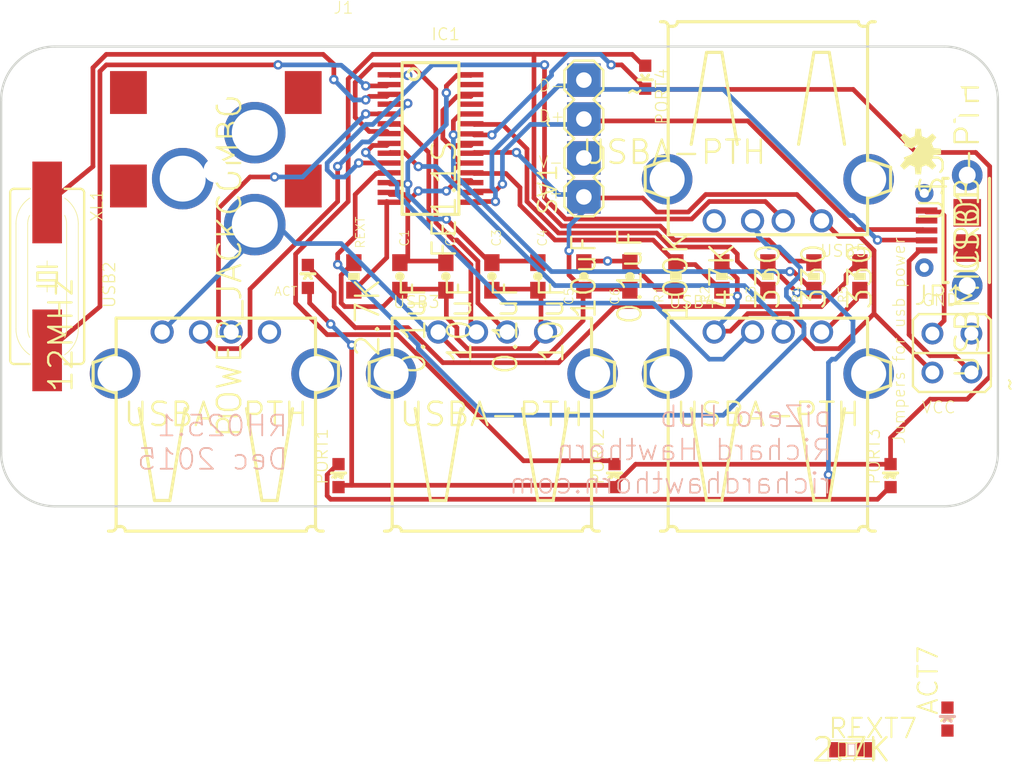
<source format=kicad_pcb>
(kicad_pcb (version 4) (host pcbnew 4.0.2-stable)

  (general
    (links 71)
    (no_connects 16)
    (area 115.926099 89.928599 181.076101 120.078601)
    (thickness 1.6)
    (drawings 19)
    (tracks 479)
    (zones 0)
    (modules 34)
    (nets 27)
  )

  (page A4)
  (layers
    (0 Top signal)
    (31 Bottom signal)
    (32 B.Adhes user)
    (33 F.Adhes user)
    (34 B.Paste user)
    (35 F.Paste user)
    (36 B.SilkS user)
    (37 F.SilkS user)
    (38 B.Mask user)
    (39 F.Mask user)
    (40 Dwgs.User user)
    (41 Cmts.User user)
    (42 Eco1.User user)
    (43 Eco2.User user)
    (44 Edge.Cuts user)
    (45 Margin user)
    (46 B.CrtYd user)
    (47 F.CrtYd user)
    (48 B.Fab user)
    (49 F.Fab user)
  )

  (setup
    (last_trace_width 0.25)
    (trace_clearance 0.1524)
    (zone_clearance 0.508)
    (zone_45_only no)
    (trace_min 0.2)
    (segment_width 0.2)
    (edge_width 0.15)
    (via_size 0.6)
    (via_drill 0.4)
    (via_min_size 0.4)
    (via_min_drill 0.3)
    (uvia_size 0.3)
    (uvia_drill 0.1)
    (uvias_allowed no)
    (uvia_min_size 0.2)
    (uvia_min_drill 0.1)
    (pcb_text_width 0.3)
    (pcb_text_size 1.5 1.5)
    (mod_edge_width 0.15)
    (mod_text_size 1 1)
    (mod_text_width 0.15)
    (pad_size 1.524 1.524)
    (pad_drill 0.762)
    (pad_to_mask_clearance 0.2)
    (aux_axis_origin 0 0)
    (visible_elements 7FFFFFFF)
    (pcbplotparams
      (layerselection 0x00030_80000001)
      (usegerberextensions false)
      (excludeedgelayer true)
      (linewidth 0.100000)
      (plotframeref false)
      (viasonmask false)
      (mode 1)
      (useauxorigin false)
      (hpglpennumber 1)
      (hpglpenspeed 20)
      (hpglpendiameter 15)
      (hpglpenoverlay 2)
      (psnegative false)
      (psa4output false)
      (plotreference true)
      (plotvalue true)
      (plotinvisibletext false)
      (padsonsilk false)
      (subtractmaskfromsilk false)
      (outputformat 1)
      (mirror false)
      (drillshape 1)
      (scaleselection 1)
      (outputdirectory ""))
  )

  (net 0 "")
  (net 1 GND)
  (net 2 VBUS)
  (net 3 3V3)
  (net 4 /N$25)
  (net 5 /N$22)
  (net 6 /N$8)
  (net 7 /N$15)
  (net 8 /N$16)
  (net 9 /N$14)
  (net 10 /N$12)
  (net 11 /N$17)
  (net 12 /N$18)
  (net 13 /N$23)
  (net 14 /N$24)
  (net 15 /N$13)
  (net 16 /N$19)
  (net 17 /N$11)
  (net 18 /N$9)
  (net 19 /N$7)
  (net 20 /D+)
  (net 21 /D-)
  (net 22 /N$1)
  (net 23 /N$3)
  (net 24 /N$4)
  (net 25 /N$20)
  (net 26 /N$6)

  (net_class Default "This is the default net class."
    (clearance 0.1524)
    (trace_width 0.25)
    (via_dia 0.6)
    (via_drill 0.4)
    (uvia_dia 0.3)
    (uvia_drill 0.1)
    (add_net /D+)
    (add_net /D-)
    (add_net /N$1)
    (add_net /N$11)
    (add_net /N$12)
    (add_net /N$13)
    (add_net /N$14)
    (add_net /N$15)
    (add_net /N$16)
    (add_net /N$17)
    (add_net /N$18)
    (add_net /N$19)
    (add_net /N$20)
    (add_net /N$22)
    (add_net /N$23)
    (add_net /N$24)
    (add_net /N$25)
    (add_net /N$3)
    (add_net /N$4)
    (add_net /N$6)
    (add_net /N$7)
    (add_net /N$8)
    (add_net /N$9)
    (add_net 3V3)
    (add_net GND)
    (add_net VBUS)
  )

  (module "" (layer Top) (tedit 0) (tstamp 0)
    (at 119.5011 116.5036)
    (fp_text reference @HOLE0 (at 0 0) (layer F.SilkS) hide
      (effects (font (thickness 0.15)))
    )
    (fp_text value "" (at 0 0) (layer F.SilkS)
      (effects (font (thickness 0.15)))
    )
    (pad "" np_thru_hole circle (at 0 0) (size 2.75 2.75) (drill 2.75) (layers *.Cu))
  )

  (module "" (layer Top) (tedit 0) (tstamp 0)
    (at 177.5011 116.5036)
    (fp_text reference @HOLE1 (at 0 0) (layer F.SilkS) hide
      (effects (font (thickness 0.15)))
    )
    (fp_text value "" (at 0 0) (layer F.SilkS)
      (effects (font (thickness 0.15)))
    )
    (pad "" np_thru_hole circle (at 0 0) (size 2.75 2.75) (drill 2.75) (layers *.Cu))
  )

  (module "" (layer Top) (tedit 0) (tstamp 0)
    (at 119.5011 93.5036)
    (fp_text reference @HOLE2 (at 0 0) (layer F.SilkS) hide
      (effects (font (thickness 0.15)))
    )
    (fp_text value "" (at 0 0) (layer F.SilkS)
      (effects (font (thickness 0.15)))
    )
    (pad "" np_thru_hole circle (at 0 0) (size 2.75 2.75) (drill 2.75) (layers *.Cu))
  )

  (module "" (layer Top) (tedit 0) (tstamp 0)
    (at 177.5011 93.5036)
    (fp_text reference @HOLE3 (at 0 0) (layer F.SilkS) hide
      (effects (font (thickness 0.15)))
    )
    (fp_text value "" (at 0 0) (layer F.SilkS)
      (effects (font (thickness 0.15)))
    )
    (pad "" np_thru_hole circle (at 0 0) (size 2.75 2.75) (drill 2.75) (layers *.Cu))
  )

  (module OSHW-LOGO-S (layer Top) (tedit 0) (tstamp 57E6C557)
    (at 175.8057 96.8572 270)
    (fp_text reference U$3 (at 0 0 270) (layer F.SilkS)
      (effects (font (thickness 0.15)) (justify right top))
    )
    (fp_text value "" (at 0 0 270) (layer F.SilkS)
      (effects (font (thickness 0.15)) (justify right top))
    )
    (fp_poly (pts (xy 0.3947 0.9528) (xy 0.5465 0.8746) (xy 0.9235 1.182) (xy 1.182 0.9235)
      (xy 0.8746 0.5465) (xy 1.0049 0.232) (xy 1.4888 0.1828) (xy 1.4888 -0.1828)
      (xy 1.0049 -0.232) (xy 0.8746 -0.5465) (xy 1.182 -0.9235) (xy 0.9235 -1.182)
      (xy 0.5465 -0.8746) (xy 0.232 -1.0049) (xy 0.1828 -1.4888) (xy -0.1828 -1.4888)
      (xy -0.232 -1.0049) (xy -0.5465 -0.8746) (xy -0.9235 -1.182) (xy -1.182 -0.9235)
      (xy -0.8746 -0.5465) (xy -1.0049 -0.232) (xy -1.4888 -0.1828) (xy -1.4888 0.1828)
      (xy -1.0049 0.232) (xy -0.8746 0.5465) (xy -1.182 0.9235) (xy -0.9235 1.182)
      (xy -0.5465 0.8746) (xy -0.3947 0.9528) (xy -0.1794 0.4331) (xy -0.4688 0)
      (xy 0.1794 0.4331)) (layer F.SilkS) (width 0))
  )

  (module FE1.1S_SSOP-28 (layer Top) (tedit 0) (tstamp 57E6C55B)
    (at 144.0011 96.0036 270)
    (path /57E6CD1B)
    (fp_text reference IC1 (at -6.35 0 360) (layer F.SilkS)
      (effects (font (size 0.77216 0.77216) (thickness 0.077216)) (justify left bottom))
    )
    (fp_text value FE1.1S (at 0 0 270) (layer F.SilkS)
      (effects (font (thickness 0.15)) (justify right top))
    )
    (fp_line (start -4.93 -1.85) (end 4.95 -1.85) (layer F.SilkS) (width 0.2032))
    (fp_line (start -4.95 -1.85) (end -4.95 1.85) (layer F.SilkS) (width 0.2032))
    (fp_line (start -4.95 1.85) (end 4.95 1.85) (layer F.SilkS) (width 0.2032))
    (fp_line (start 4.95 1.85) (end 4.95 -1.85) (layer F.SilkS) (width 0.2032))
    (fp_circle (center -4.2 1.1) (end -3.839447 1.1) (layer F.SilkS) (width 0.2032))
    (fp_text user FE1.1s (at 0 0 270) (layer Dwgs.User)
      (effects (font (size 1.2065 1.2065) (thickness 0.127)))
    )
    (pad 21 smd rect (at 0.32 -2.7 270) (size 0.35 1.5) (layers Top F.Paste F.Mask)
      (net 3 3V3))
    (pad 8 smd rect (at 0.32 2.7 270) (size 0.35 1.5) (layers Top F.Paste F.Mask)
      (net 7 /N$15))
    (pad 22 smd rect (at -0.3 -2.7 270) (size 0.35 1.5) (layers Top F.Paste F.Mask)
      (net 4 /N$25))
    (pad 7 smd rect (at -0.32 2.7 270) (size 0.35 1.5) (layers Top F.Paste F.Mask)
      (net 8 /N$16))
    (pad 9 smd rect (at 0.96 2.7 270) (size 0.35 1.5) (layers Top F.Paste F.Mask)
      (net 9 /N$14))
    (pad 20 smd rect (at 0.96 -2.7 270) (size 0.35 1.5) (layers Top F.Paste F.Mask)
      (net 2 VBUS))
    (pad 19 smd rect (at 1.6 -2.7 270) (size 0.35 1.5) (layers Top F.Paste F.Mask)
      (net 3 3V3))
    (pad 10 smd rect (at 1.6 2.7 270) (size 0.35 1.5) (layers Top F.Paste F.Mask)
      (net 10 /N$12))
    (pad 6 smd rect (at -0.96 2.7 270) (size 0.35 1.5) (layers Top F.Paste F.Mask)
      (net 11 /N$17))
    (pad 5 smd rect (at -1.6 2.7 270) (size 0.35 1.5) (layers Top F.Paste F.Mask)
      (net 12 /N$18))
    (pad 23 smd rect (at -0.96 -2.7 270) (size 0.35 1.5) (layers Top F.Paste F.Mask)
      (net 13 /N$23))
    (pad 24 smd rect (at -1.6 -2.7 270) (size 0.35 1.5) (layers Top F.Paste F.Mask)
      (net 14 /N$24))
    (pad 18 smd rect (at 2.24 -2.7 270) (size 0.35 1.5) (layers Top F.Paste F.Mask)
      (net 15 /N$13))
    (pad 25 smd rect (at -2.24 -2.7 270) (size 0.35 1.5) (layers Top F.Paste F.Mask))
    (pad 4 smd rect (at -2.24 2.7 270) (size 0.35 1.5) (layers Top F.Paste F.Mask)
      (net 16 /N$19))
    (pad 11 smd rect (at 2.24 2.7 270) (size 0.35 1.5) (layers Top F.Paste F.Mask)
      (net 17 /N$11))
    (pad 17 smd rect (at 2.88 -2.7 270) (size 0.35 1.5) (layers Top F.Paste F.Mask)
      (net 3 3V3))
    (pad 12 smd rect (at 2.88 2.7 270) (size 0.35 1.5) (layers Top F.Paste F.Mask)
      (net 6 /N$8))
    (pad 3 smd rect (at -2.88 2.7 270) (size 0.35 1.5) (layers Top F.Paste F.Mask)
      (net 18 /N$9))
    (pad 26 smd rect (at -2.88 -2.7 270) (size 0.35 1.5) (layers Top F.Paste F.Mask)
      (net 3 3V3))
    (pad 27 smd rect (at -3.52 -2.7 270) (size 0.35 1.5) (layers Top F.Paste F.Mask))
    (pad 2 smd rect (at -3.52 2.7 270) (size 0.35 1.5) (layers Top F.Paste F.Mask)
      (net 19 /N$7))
    (pad 13 smd rect (at 3.52 2.7 270) (size 0.35 1.5) (layers Top F.Paste F.Mask)
      (net 3 3V3))
    (pad 16 smd rect (at 3.52 -2.7 270) (size 0.35 1.5) (layers Top F.Paste F.Mask)
      (net 20 /D+))
    (pad 15 smd rect (at 4.16 -2.7 270) (size 0.35 1.5) (layers Top F.Paste F.Mask)
      (net 21 /D-))
    (pad 14 smd rect (at 4.16 2.7 270) (size 0.35 1.5) (layers Top F.Paste F.Mask)
      (net 22 /N$1))
    (pad 1 smd rect (at -4.16 2.7 270) (size 0.35 1.5) (layers Top F.Paste F.Mask)
      (net 1 GND))
    (pad 28 smd rect (at -4.16 -2.7 270) (size 0.35 1.5) (layers Top F.Paste F.Mask)
      (net 6 /N$8))
  )

  (module CAP-0603 (layer Top) (tedit 0) (tstamp 57E6C580)
    (at 142.0011 105.0036 270)
    (path /57E6C677)
    (fp_text reference C1 (at -1.905 -0.635 450) (layer F.SilkS)
      (effects (font (size 0.57912 0.57912) (thickness 0.057912)) (justify left bottom))
    )
    (fp_text value 0.1uF (at 0 0 270) (layer F.SilkS)
      (effects (font (thickness 0.15)) (justify right top))
    )
    (fp_line (start -0.356 -0.432) (end 0.356 -0.432) (layer Dwgs.User) (width 0.1016))
    (fp_line (start -0.356 0.419) (end 0.356 0.419) (layer Dwgs.User) (width 0.1016))
    (fp_line (start 0 -0.0305) (end 0 0.0305) (layer F.SilkS) (width 0.5588))
    (fp_poly (pts (xy -0.8382 0.4699) (xy -0.3381 0.4699) (xy -0.3381 -0.4801) (xy -0.8382 -0.4801)) (layer Dwgs.User) (width 0))
    (fp_poly (pts (xy 0.3302 0.4699) (xy 0.8303 0.4699) (xy 0.8303 -0.4801) (xy 0.3302 -0.4801)) (layer Dwgs.User) (width 0))
    (pad 1 smd rect (at -0.9 0 270) (size 1.1 1) (layers Top F.Paste F.Mask)
      (net 3 3V3))
    (pad 2 smd rect (at 0.9 0 270) (size 1.1 1) (layers Top F.Paste F.Mask)
      (net 1 GND))
  )

  (module CAP-0603 (layer Top) (tedit 0) (tstamp 57E6C58A)
    (at 145.0011 105.0036 270)
    (path /57E6C73F)
    (fp_text reference C2 (at -1.905 -0.635 450) (layer F.SilkS)
      (effects (font (size 0.57912 0.57912) (thickness 0.057912)) (justify left bottom))
    )
    (fp_text value 10uF (at 0 0 270) (layer F.SilkS)
      (effects (font (thickness 0.15)) (justify right top))
    )
    (fp_line (start -0.356 -0.432) (end 0.356 -0.432) (layer Dwgs.User) (width 0.1016))
    (fp_line (start -0.356 0.419) (end 0.356 0.419) (layer Dwgs.User) (width 0.1016))
    (fp_line (start 0 -0.0305) (end 0 0.0305) (layer F.SilkS) (width 0.5588))
    (fp_poly (pts (xy -0.8382 0.4699) (xy -0.3381 0.4699) (xy -0.3381 -0.4801) (xy -0.8382 -0.4801)) (layer Dwgs.User) (width 0))
    (fp_poly (pts (xy 0.3302 0.4699) (xy 0.8303 0.4699) (xy 0.8303 -0.4801) (xy 0.3302 -0.4801)) (layer Dwgs.User) (width 0))
    (pad 1 smd rect (at -0.9 0 270) (size 1.1 1) (layers Top F.Paste F.Mask)
      (net 3 3V3))
    (pad 2 smd rect (at 0.9 0 270) (size 1.1 1) (layers Top F.Paste F.Mask)
      (net 1 GND))
  )

  (module CAP-0603 (layer Top) (tedit 0) (tstamp 57E6C594)
    (at 148.0011 105.0036 270)
    (path /57E6C807)
    (fp_text reference C3 (at -1.905 -0.635 450) (layer F.SilkS)
      (effects (font (size 0.57912 0.57912) (thickness 0.057912)) (justify left bottom))
    )
    (fp_text value 0.1uF (at 0 0 270) (layer F.SilkS)
      (effects (font (thickness 0.15)) (justify right top))
    )
    (fp_line (start -0.356 -0.432) (end 0.356 -0.432) (layer Dwgs.User) (width 0.1016))
    (fp_line (start -0.356 0.419) (end 0.356 0.419) (layer Dwgs.User) (width 0.1016))
    (fp_line (start 0 -0.0305) (end 0 0.0305) (layer F.SilkS) (width 0.5588))
    (fp_poly (pts (xy -0.8382 0.4699) (xy -0.3381 0.4699) (xy -0.3381 -0.4801) (xy -0.8382 -0.4801)) (layer Dwgs.User) (width 0))
    (fp_poly (pts (xy 0.3302 0.4699) (xy 0.8303 0.4699) (xy 0.8303 -0.4801) (xy 0.3302 -0.4801)) (layer Dwgs.User) (width 0))
    (pad 1 smd rect (at -0.9 0 270) (size 1.1 1) (layers Top F.Paste F.Mask)
      (net 6 /N$8))
    (pad 2 smd rect (at 0.9 0 270) (size 1.1 1) (layers Top F.Paste F.Mask)
      (net 1 GND))
  )

  (module CAP-0603 (layer Top) (tedit 0) (tstamp 57E6C59E)
    (at 151.0011 105.0036 270)
    (path /57E6C8CF)
    (fp_text reference C4 (at -1.905 -0.635 450) (layer F.SilkS)
      (effects (font (size 0.57912 0.57912) (thickness 0.057912)) (justify left bottom))
    )
    (fp_text value 10uF (at 0 0 270) (layer F.SilkS)
      (effects (font (thickness 0.15)) (justify right top))
    )
    (fp_line (start -0.356 -0.432) (end 0.356 -0.432) (layer Dwgs.User) (width 0.1016))
    (fp_line (start -0.356 0.419) (end 0.356 0.419) (layer Dwgs.User) (width 0.1016))
    (fp_line (start 0 -0.0305) (end 0 0.0305) (layer F.SilkS) (width 0.5588))
    (fp_poly (pts (xy -0.8382 0.4699) (xy -0.3381 0.4699) (xy -0.3381 -0.4801) (xy -0.8382 -0.4801)) (layer Dwgs.User) (width 0))
    (fp_poly (pts (xy 0.3302 0.4699) (xy 0.8303 0.4699) (xy 0.8303 -0.4801) (xy 0.3302 -0.4801)) (layer Dwgs.User) (width 0))
    (pad 1 smd rect (at -0.9 0 270) (size 1.1 1) (layers Top F.Paste F.Mask)
      (net 6 /N$8))
    (pad 2 smd rect (at 0.9 0 270) (size 1.1 1) (layers Top F.Paste F.Mask)
      (net 1 GND))
  )

  (module RES-0603 (layer Top) (tedit 0) (tstamp 57E6C5A8)
    (at 139.0011 105.0036 270)
    (fp_text reference REXT (at -1.778 -0.762 450) (layer F.SilkS)
      (effects (font (size 0.57912 0.57912) (thickness 0.057912)) (justify left bottom))
    )
    (fp_text value 2.7K (at 0 0 270) (layer F.SilkS)
      (effects (font (thickness 0.15)) (justify right top))
    )
    (fp_line (start -0.356 -0.432) (end 0.356 -0.432) (layer Dwgs.User) (width 0.1016))
    (fp_line (start -0.356 0.419) (end 0.356 0.419) (layer Dwgs.User) (width 0.1016))
    (fp_poly (pts (xy -0.8382 0.4699) (xy -0.3381 0.4699) (xy -0.3381 -0.4801) (xy -0.8382 -0.4801)) (layer Dwgs.User) (width 0))
    (fp_poly (pts (xy 0.3302 0.4699) (xy 0.8303 0.4699) (xy 0.8303 -0.4801) (xy 0.3302 -0.4801)) (layer Dwgs.User) (width 0))
    (fp_poly (pts (xy -0.2286 0.381) (xy 0.2286 0.381) (xy 0.2286 -0.381) (xy -0.2286 -0.381)) (layer F.SilkS) (width 0))
    (pad 1 smd rect (at -0.9 0 270) (size 1.1 1) (layers Top F.Paste F.Mask)
      (net 1 GND))
    (pad 2 smd rect (at 0.9 0 270) (size 1.1 1) (layers Top F.Paste F.Mask))
  )

  (module HC49UP (layer Top) (tedit 0) (tstamp 57E6C5B2)
    (at 119.0011 105.0036 270)
    (descr <b>CRYSTAL</b>)
    (path /57E6DDE7)
    (fp_text reference XL1 (at -5.715 -2.794 450) (layer F.SilkS)
      (effects (font (size 0.77216 0.77216) (thickness 0.077216)) (justify right top))
    )
    (fp_text value 12MHz (at 0 0 270) (layer F.SilkS)
      (effects (font (thickness 0.15)) (justify right top))
    )
    (fp_arc (start -3.428926 0) (end -5.1091 -1.143) (angle 55.770993) (layer F.SilkS) (width 0.0508))
    (fp_line (start -5.715 -1.143) (end -5.715 -2.159) (layer F.SilkS) (width 0.1524))
    (fp_arc (start 3.429047 0) (end 3.429 -2.032) (angle 55.772485) (layer F.SilkS) (width 0.0508))
    (fp_line (start 5.715 -1.143) (end 5.715 -2.159) (layer F.SilkS) (width 0.1524))
    (fp_line (start 3.429 1.27) (end -3.429 1.27) (layer F.SilkS) (width 0.0508))
    (fp_line (start 3.429 2.032) (end -3.429 2.032) (layer F.SilkS) (width 0.0508))
    (fp_line (start -3.429 -1.27) (end 3.429 -1.27) (layer F.SilkS) (width 0.0508))
    (fp_line (start 5.461 2.413) (end -5.461 2.413) (layer F.SilkS) (width 0.1524))
    (fp_line (start 5.715 0.381) (end 6.477 0.381) (layer Dwgs.User) (width 0.1524))
    (fp_line (start 5.715 -0.381) (end 6.477 -0.381) (layer Dwgs.User) (width 0.1524))
    (fp_line (start 6.477 0.381) (end 6.477 -0.381) (layer Dwgs.User) (width 0.1524))
    (fp_arc (start 5.461 2.159) (end 5.461 2.413) (angle -90) (layer F.SilkS) (width 0.1524))
    (fp_line (start 5.715 1.143) (end 5.715 -1.143) (layer Dwgs.User) (width 0.1524))
    (fp_line (start 5.715 2.159) (end 5.715 1.143) (layer F.SilkS) (width 0.1524))
    (fp_arc (start 3.429019 0) (end 3.429 1.27) (angle -25.842828) (layer F.SilkS) (width 0.0508))
    (fp_arc (start 3.429019 0) (end 3.429 -1.27) (angle 25.842828) (layer F.SilkS) (width 0.0508))
    (fp_arc (start 3.428879 0) (end 3.429 2.032) (angle -55.771157) (layer F.SilkS) (width 0.0508))
    (fp_arc (start 3.429 0) (end 3.9826 1.143) (angle -128.314524) (layer Dwgs.User) (width 0.0508))
    (fp_arc (start 3.429 0) (end 5.1091 1.143) (angle -68.456213) (layer Dwgs.User) (width 0.0508))
    (fp_arc (start -3.429047 0) (end -5.1091 1.143) (angle -55.772485) (layer F.SilkS) (width 0.0508))
    (fp_arc (start -3.429 0) (end -3.9826 1.143) (angle 128.314524) (layer Dwgs.User) (width 0.0508))
    (fp_arc (start -3.429019 0) (end -3.9826 1.143) (angle -25.842828) (layer F.SilkS) (width 0.0508))
    (fp_arc (start -3.429019 0) (end -3.9826 -1.143) (angle 25.842828) (layer F.SilkS) (width 0.0508))
    (fp_line (start -6.477 0.381) (end -6.477 -0.381) (layer Dwgs.User) (width 0.1524))
    (fp_arc (start -3.429 0) (end -5.1091 1.143) (angle 68.456213) (layer Dwgs.User) (width 0.0508))
    (fp_line (start -5.715 1.143) (end -5.715 0.381) (layer Dwgs.User) (width 0.1524))
    (fp_line (start -5.715 0.381) (end -5.715 -0.381) (layer Dwgs.User) (width 0.1524))
    (fp_line (start -5.715 -0.381) (end -5.715 -1.143) (layer Dwgs.User) (width 0.1524))
    (fp_line (start -5.715 2.159) (end -5.715 1.143) (layer F.SilkS) (width 0.1524))
    (fp_arc (start -5.461 2.159) (end -5.715 2.159) (angle -90) (layer F.SilkS) (width 0.1524))
    (fp_line (start -5.715 0.381) (end -6.477 0.381) (layer Dwgs.User) (width 0.1524))
    (fp_line (start -5.715 -0.381) (end -6.477 -0.381) (layer Dwgs.User) (width 0.1524))
    (fp_line (start -3.429 -2.032) (end 3.429 -2.032) (layer F.SilkS) (width 0.0508))
    (fp_line (start 5.461 -2.413) (end -5.461 -2.413) (layer F.SilkS) (width 0.1524))
    (fp_arc (start 5.461 -2.159) (end 5.461 -2.413) (angle 90) (layer F.SilkS) (width 0.1524))
    (fp_arc (start -5.461 -2.159) (end -5.715 -2.159) (angle 90) (layer F.SilkS) (width 0.1524))
    (fp_line (start -0.254 -0.635) (end -0.254 0.635) (layer F.SilkS) (width 0.1524))
    (fp_line (start -0.254 0.635) (end 0.254 0.635) (layer F.SilkS) (width 0.1524))
    (fp_line (start 0.254 0.635) (end 0.254 -0.635) (layer F.SilkS) (width 0.1524))
    (fp_line (start 0.254 -0.635) (end -0.254 -0.635) (layer F.SilkS) (width 0.1524))
    (fp_line (start -0.635 -0.635) (end -0.635 0) (layer F.SilkS) (width 0.1524))
    (fp_line (start -0.635 0) (end -0.635 0.635) (layer F.SilkS) (width 0.1524))
    (fp_line (start -0.635 0) (end -1.016 0) (layer F.SilkS) (width 0.0508))
    (fp_line (start 0.635 -0.635) (end 0.635 0) (layer F.SilkS) (width 0.1524))
    (fp_line (start 0.635 0) (end 0.635 0.635) (layer F.SilkS) (width 0.1524))
    (fp_line (start 0.635 0) (end 1.016 0) (layer F.SilkS) (width 0.0508))
    (pad 1 smd rect (at -4.826 0 270) (size 5.334 1.9304) (layers Top F.Paste F.Mask)
      (net 18 /N$9))
    (pad 2 smd rect (at 4.826 0 270) (size 5.334 1.9304) (layers Top F.Paste F.Mask)
      (net 19 /N$7))
  )

  (module USB-A-F-PTH (layer Top) (tedit 0) (tstamp 57E6C5E5)
    (at 166.0011 96.0036 180)
    (path /57E6DD1F)
    (fp_text reference USB5 (at -6.5001 -6.8801 360) (layer F.SilkS)
      (effects (font (size 0.77216 0.77216) (thickness 0.077216)) (justify right top))
    )
    (fp_text value USBA-PTH (at 0 0 180) (layer F.SilkS)
      (effects (font (thickness 0.15)) (justify right top))
    )
    (fp_line (start -6.5 7.32) (end -6.4999 7.32) (layer F.SilkS) (width 0.2032))
    (fp_line (start -6.4999 7.32) (end -6.2 7.32) (layer F.SilkS) (width 0.2032))
    (fp_line (start -5.9 7.62) (end 5.9 7.62) (layer F.SilkS) (width 0.2032))
    (fp_line (start 6.2 7.32) (end 6.5 7.32) (layer F.SilkS) (width 0.2032))
    (fp_line (start 6.5 7.32) (end 6.5 -1.38) (layer F.SilkS) (width 0.2032))
    (fp_line (start 6.5 -1.38) (end 6.5 -3.88) (layer F.SilkS) (width 0.2032))
    (fp_line (start 6.5 -3.88) (end 6.5 -6.28) (layer F.SilkS) (width 0.2032))
    (fp_line (start 6.5 -6.28) (end -6.5 -6.28) (layer F.SilkS) (width 0.2032))
    (fp_line (start -6.5 -6.28) (end -6.5 -3.88) (layer F.SilkS) (width 0.2032))
    (fp_line (start -6.5 -3.88) (end -6.5 -1.38) (layer F.SilkS) (width 0.2032))
    (fp_line (start -6.5 -1.38) (end -6.5 7.32) (layer F.SilkS) (width 0.2032))
    (fp_arc (start -6.7999 7.32) (end -6.7999 7.62) (angle -90) (layer F.SilkS) (width 0.2032))
    (fp_line (start -6.8 7.62) (end -7 7.62) (layer F.SilkS) (width 0.2032))
    (fp_arc (start -6.2 7.62) (end -6.2 7.32) (angle 90) (layer F.SilkS) (width 0.2032))
    (fp_arc (start 6.8 7.32) (end 6.5 7.32) (angle -90) (layer F.SilkS) (width 0.2032))
    (fp_arc (start 6.200099 7.619999) (end 5.9 7.62) (angle 89.980911) (layer F.SilkS) (width 0.2032))
    (fp_line (start -5 -0.38) (end -4 5.62) (layer F.SilkS) (width 0.2032))
    (fp_line (start -4 5.62) (end -3 5.62) (layer F.SilkS) (width 0.2032))
    (fp_line (start -3 5.62) (end -2 -0.38) (layer F.SilkS) (width 0.2032))
    (fp_line (start 5 -0.38) (end 4 5.62) (layer F.SilkS) (width 0.2032))
    (fp_line (start 4 5.62) (end 3 5.62) (layer F.SilkS) (width 0.2032))
    (fp_line (start 3 5.62) (end 2 -0.38) (layer F.SilkS) (width 0.2032))
    (fp_line (start -6.5 -3.88) (end -8 -3.38) (layer F.SilkS) (width 0.2032))
    (fp_line (start -8 -3.38) (end -8 -1.88) (layer F.SilkS) (width 0.2032))
    (fp_line (start -8 -1.88) (end -6.5 -1.38) (layer F.SilkS) (width 0.2032))
    (fp_line (start 6.5 -3.88) (end 8 -3.38) (layer F.SilkS) (width 0.2032))
    (fp_line (start 8 -3.38) (end 8 -1.88) (layer F.SilkS) (width 0.2032))
    (fp_line (start 8 -1.88) (end 6.5 -1.38) (layer F.SilkS) (width 0.2032))
    (fp_line (start 6.8 7.62) (end 7 7.62) (layer F.SilkS) (width 0.2032))
    (fp_text user "AMP 787616-1" (at -5.08 6.985 180) (layer Dwgs.User)
      (effects (font (size 0.9652 0.9652) (thickness 0.1016)) (justify left bottom))
    )
    (pad VBUS thru_hole circle (at -3.5001 -5.3701 180) (size 1.508 1.508) (drill 1) (layers *.Cu *.Mask)
      (net 2 VBUS))
    (pad D- thru_hole circle (at -1 -5.3701 180) (size 1.508 1.508) (drill 1) (layers *.Cu *.Mask)
      (net 10 /N$12))
    (pad D+ thru_hole circle (at 1 -5.3701 180) (size 1.508 1.508) (drill 1) (layers *.Cu *.Mask)
      (net 17 /N$11))
    (pad GND thru_hole circle (at 3.5001 -5.3701 180) (size 1.508 1.508) (drill 1) (layers *.Cu *.Mask)
      (net 1 GND))
    (pad P$1 thru_hole circle (at -6.5701 -2.6601 180) (size 3.302 3.302) (drill 2.286) (layers *.Cu *.Mask))
    (pad P$2 thru_hole circle (at 6.5701 -2.6601 180) (size 3.302 3.302) (drill 2.286) (layers *.Cu *.Mask))
  )

  (module USB-A-F-PTH (layer Top) (tedit 0) (tstamp 57E6C60C)
    (at 166.0011 114.0036)
    (path /57E6DC57)
    (fp_text reference USB4 (at -6.5001 -6.8801) (layer F.SilkS)
      (effects (font (size 0.77216 0.77216) (thickness 0.077216)) (justify left bottom))
    )
    (fp_text value USBA-PTH (at 0 0) (layer F.SilkS)
      (effects (font (thickness 0.15)))
    )
    (fp_line (start -6.5 7.32) (end -6.4999 7.32) (layer F.SilkS) (width 0.2032))
    (fp_line (start -6.4999 7.32) (end -6.2 7.32) (layer F.SilkS) (width 0.2032))
    (fp_line (start -5.9 7.62) (end 5.9 7.62) (layer F.SilkS) (width 0.2032))
    (fp_line (start 6.2 7.32) (end 6.5 7.32) (layer F.SilkS) (width 0.2032))
    (fp_line (start 6.5 7.32) (end 6.5 -1.38) (layer F.SilkS) (width 0.2032))
    (fp_line (start 6.5 -1.38) (end 6.5 -3.88) (layer F.SilkS) (width 0.2032))
    (fp_line (start 6.5 -3.88) (end 6.5 -6.28) (layer F.SilkS) (width 0.2032))
    (fp_line (start 6.5 -6.28) (end -6.5 -6.28) (layer F.SilkS) (width 0.2032))
    (fp_line (start -6.5 -6.28) (end -6.5 -3.88) (layer F.SilkS) (width 0.2032))
    (fp_line (start -6.5 -3.88) (end -6.5 -1.38) (layer F.SilkS) (width 0.2032))
    (fp_line (start -6.5 -1.38) (end -6.5 7.32) (layer F.SilkS) (width 0.2032))
    (fp_arc (start -6.7999 7.32) (end -6.7999 7.62) (angle -90) (layer F.SilkS) (width 0.2032))
    (fp_line (start -6.8 7.62) (end -7 7.62) (layer F.SilkS) (width 0.2032))
    (fp_arc (start -6.2 7.62) (end -6.2 7.32) (angle 90) (layer F.SilkS) (width 0.2032))
    (fp_arc (start 6.8 7.32) (end 6.5 7.32) (angle -90) (layer F.SilkS) (width 0.2032))
    (fp_arc (start 6.200099 7.619999) (end 5.9 7.62) (angle 89.980911) (layer F.SilkS) (width 0.2032))
    (fp_line (start -5 -0.38) (end -4 5.62) (layer F.SilkS) (width 0.2032))
    (fp_line (start -4 5.62) (end -3 5.62) (layer F.SilkS) (width 0.2032))
    (fp_line (start -3 5.62) (end -2 -0.38) (layer F.SilkS) (width 0.2032))
    (fp_line (start 5 -0.38) (end 4 5.62) (layer F.SilkS) (width 0.2032))
    (fp_line (start 4 5.62) (end 3 5.62) (layer F.SilkS) (width 0.2032))
    (fp_line (start 3 5.62) (end 2 -0.38) (layer F.SilkS) (width 0.2032))
    (fp_line (start -6.5 -3.88) (end -8 -3.38) (layer F.SilkS) (width 0.2032))
    (fp_line (start -8 -3.38) (end -8 -1.88) (layer F.SilkS) (width 0.2032))
    (fp_line (start -8 -1.88) (end -6.5 -1.38) (layer F.SilkS) (width 0.2032))
    (fp_line (start 6.5 -3.88) (end 8 -3.38) (layer F.SilkS) (width 0.2032))
    (fp_line (start 8 -3.38) (end 8 -1.88) (layer F.SilkS) (width 0.2032))
    (fp_line (start 8 -1.88) (end 6.5 -1.38) (layer F.SilkS) (width 0.2032))
    (fp_line (start 6.8 7.62) (end 7 7.62) (layer F.SilkS) (width 0.2032))
    (fp_text user "AMP 787616-1" (at -5.08 6.985) (layer Dwgs.User)
      (effects (font (size 0.9652 0.9652) (thickness 0.1016)) (justify left bottom))
    )
    (pad VBUS thru_hole circle (at -3.5001 -5.3701) (size 1.508 1.508) (drill 1) (layers *.Cu *.Mask)
      (net 2 VBUS))
    (pad D- thru_hole circle (at -1 -5.3701) (size 1.508 1.508) (drill 1) (layers *.Cu *.Mask)
      (net 7 /N$15))
    (pad D+ thru_hole circle (at 1 -5.3701) (size 1.508 1.508) (drill 1) (layers *.Cu *.Mask)
      (net 9 /N$14))
    (pad GND thru_hole circle (at 3.5001 -5.3701) (size 1.508 1.508) (drill 1) (layers *.Cu *.Mask)
      (net 1 GND))
    (pad P$1 thru_hole circle (at -6.5701 -2.6601) (size 3.302 3.302) (drill 2.286) (layers *.Cu *.Mask))
    (pad P$2 thru_hole circle (at 6.5701 -2.6601) (size 3.302 3.302) (drill 2.286) (layers *.Cu *.Mask))
  )

  (module USB-A-F-PTH (layer Top) (tedit 0) (tstamp 57E6C633)
    (at 148.0011 114.0036)
    (path /57E6DB8F)
    (fp_text reference USB3 (at -6.5001 -6.8801) (layer F.SilkS)
      (effects (font (size 0.77216 0.77216) (thickness 0.077216)) (justify left bottom))
    )
    (fp_text value USBA-PTH (at 0 0) (layer F.SilkS)
      (effects (font (thickness 0.15)))
    )
    (fp_line (start -6.5 7.32) (end -6.4999 7.32) (layer F.SilkS) (width 0.2032))
    (fp_line (start -6.4999 7.32) (end -6.2 7.32) (layer F.SilkS) (width 0.2032))
    (fp_line (start -5.9 7.62) (end 5.9 7.62) (layer F.SilkS) (width 0.2032))
    (fp_line (start 6.2 7.32) (end 6.5 7.32) (layer F.SilkS) (width 0.2032))
    (fp_line (start 6.5 7.32) (end 6.5 -1.38) (layer F.SilkS) (width 0.2032))
    (fp_line (start 6.5 -1.38) (end 6.5 -3.88) (layer F.SilkS) (width 0.2032))
    (fp_line (start 6.5 -3.88) (end 6.5 -6.28) (layer F.SilkS) (width 0.2032))
    (fp_line (start 6.5 -6.28) (end -6.5 -6.28) (layer F.SilkS) (width 0.2032))
    (fp_line (start -6.5 -6.28) (end -6.5 -3.88) (layer F.SilkS) (width 0.2032))
    (fp_line (start -6.5 -3.88) (end -6.5 -1.38) (layer F.SilkS) (width 0.2032))
    (fp_line (start -6.5 -1.38) (end -6.5 7.32) (layer F.SilkS) (width 0.2032))
    (fp_arc (start -6.7999 7.32) (end -6.7999 7.62) (angle -90) (layer F.SilkS) (width 0.2032))
    (fp_line (start -6.8 7.62) (end -7 7.62) (layer F.SilkS) (width 0.2032))
    (fp_arc (start -6.2 7.62) (end -6.2 7.32) (angle 90) (layer F.SilkS) (width 0.2032))
    (fp_arc (start 6.8 7.32) (end 6.5 7.32) (angle -90) (layer F.SilkS) (width 0.2032))
    (fp_arc (start 6.200099 7.619999) (end 5.9 7.62) (angle 89.980911) (layer F.SilkS) (width 0.2032))
    (fp_line (start -5 -0.38) (end -4 5.62) (layer F.SilkS) (width 0.2032))
    (fp_line (start -4 5.62) (end -3 5.62) (layer F.SilkS) (width 0.2032))
    (fp_line (start -3 5.62) (end -2 -0.38) (layer F.SilkS) (width 0.2032))
    (fp_line (start 5 -0.38) (end 4 5.62) (layer F.SilkS) (width 0.2032))
    (fp_line (start 4 5.62) (end 3 5.62) (layer F.SilkS) (width 0.2032))
    (fp_line (start 3 5.62) (end 2 -0.38) (layer F.SilkS) (width 0.2032))
    (fp_line (start -6.5 -3.88) (end -8 -3.38) (layer F.SilkS) (width 0.2032))
    (fp_line (start -8 -3.38) (end -8 -1.88) (layer F.SilkS) (width 0.2032))
    (fp_line (start -8 -1.88) (end -6.5 -1.38) (layer F.SilkS) (width 0.2032))
    (fp_line (start 6.5 -3.88) (end 8 -3.38) (layer F.SilkS) (width 0.2032))
    (fp_line (start 8 -3.38) (end 8 -1.88) (layer F.SilkS) (width 0.2032))
    (fp_line (start 8 -1.88) (end 6.5 -1.38) (layer F.SilkS) (width 0.2032))
    (fp_line (start 6.8 7.62) (end 7 7.62) (layer F.SilkS) (width 0.2032))
    (fp_text user "AMP 787616-1" (at -5.08 6.985) (layer Dwgs.User)
      (effects (font (size 0.9652 0.9652) (thickness 0.1016)) (justify left bottom))
    )
    (pad VBUS thru_hole circle (at -3.5001 -5.3701) (size 1.508 1.508) (drill 1) (layers *.Cu *.Mask)
      (net 2 VBUS))
    (pad D- thru_hole circle (at -1 -5.3701) (size 1.508 1.508) (drill 1) (layers *.Cu *.Mask)
      (net 11 /N$17))
    (pad D+ thru_hole circle (at 1 -5.3701) (size 1.508 1.508) (drill 1) (layers *.Cu *.Mask)
      (net 8 /N$16))
    (pad GND thru_hole circle (at 3.5001 -5.3701) (size 1.508 1.508) (drill 1) (layers *.Cu *.Mask)
      (net 1 GND))
    (pad P$1 thru_hole circle (at -6.5701 -2.6601) (size 3.302 3.302) (drill 2.286) (layers *.Cu *.Mask))
    (pad P$2 thru_hole circle (at 6.5701 -2.6601) (size 3.302 3.302) (drill 2.286) (layers *.Cu *.Mask))
  )

  (module USB-A-F-PTH (layer Top) (tedit 0) (tstamp 57E6C65A)
    (at 130.0011 114.0036)
    (path /57E6DAC7)
    (fp_text reference USB2 (at -6.5001 -6.8801 90) (layer F.SilkS)
      (effects (font (size 0.77216 0.77216) (thickness 0.077216)) (justify left bottom))
    )
    (fp_text value USBA-PTH (at 0 0) (layer F.SilkS)
      (effects (font (thickness 0.15)))
    )
    (fp_line (start -6.5 7.32) (end -6.4999 7.32) (layer F.SilkS) (width 0.2032))
    (fp_line (start -6.4999 7.32) (end -6.2 7.32) (layer F.SilkS) (width 0.2032))
    (fp_line (start -5.9 7.62) (end 5.9 7.62) (layer F.SilkS) (width 0.2032))
    (fp_line (start 6.2 7.32) (end 6.5 7.32) (layer F.SilkS) (width 0.2032))
    (fp_line (start 6.5 7.32) (end 6.5 -1.38) (layer F.SilkS) (width 0.2032))
    (fp_line (start 6.5 -1.38) (end 6.5 -3.88) (layer F.SilkS) (width 0.2032))
    (fp_line (start 6.5 -3.88) (end 6.5 -6.28) (layer F.SilkS) (width 0.2032))
    (fp_line (start 6.5 -6.28) (end -6.5 -6.28) (layer F.SilkS) (width 0.2032))
    (fp_line (start -6.5 -6.28) (end -6.5 -3.88) (layer F.SilkS) (width 0.2032))
    (fp_line (start -6.5 -3.88) (end -6.5 -1.38) (layer F.SilkS) (width 0.2032))
    (fp_line (start -6.5 -1.38) (end -6.5 7.32) (layer F.SilkS) (width 0.2032))
    (fp_arc (start -6.7999 7.32) (end -6.7999 7.62) (angle -90) (layer F.SilkS) (width 0.2032))
    (fp_line (start -6.8 7.62) (end -7 7.62) (layer F.SilkS) (width 0.2032))
    (fp_arc (start -6.2 7.62) (end -6.2 7.32) (angle 90) (layer F.SilkS) (width 0.2032))
    (fp_arc (start 6.8 7.32) (end 6.5 7.32) (angle -90) (layer F.SilkS) (width 0.2032))
    (fp_arc (start 6.200099 7.619999) (end 5.9 7.62) (angle 89.980911) (layer F.SilkS) (width 0.2032))
    (fp_line (start -5 -0.38) (end -4 5.62) (layer F.SilkS) (width 0.2032))
    (fp_line (start -4 5.62) (end -3 5.62) (layer F.SilkS) (width 0.2032))
    (fp_line (start -3 5.62) (end -2 -0.38) (layer F.SilkS) (width 0.2032))
    (fp_line (start 5 -0.38) (end 4 5.62) (layer F.SilkS) (width 0.2032))
    (fp_line (start 4 5.62) (end 3 5.62) (layer F.SilkS) (width 0.2032))
    (fp_line (start 3 5.62) (end 2 -0.38) (layer F.SilkS) (width 0.2032))
    (fp_line (start -6.5 -3.88) (end -8 -3.38) (layer F.SilkS) (width 0.2032))
    (fp_line (start -8 -3.38) (end -8 -1.88) (layer F.SilkS) (width 0.2032))
    (fp_line (start -8 -1.88) (end -6.5 -1.38) (layer F.SilkS) (width 0.2032))
    (fp_line (start 6.5 -3.88) (end 8 -3.38) (layer F.SilkS) (width 0.2032))
    (fp_line (start 8 -3.38) (end 8 -1.88) (layer F.SilkS) (width 0.2032))
    (fp_line (start 8 -1.88) (end 6.5 -1.38) (layer F.SilkS) (width 0.2032))
    (fp_line (start 6.8 7.62) (end 7 7.62) (layer F.SilkS) (width 0.2032))
    (fp_text user "AMP 787616-1" (at -5.08 6.985) (layer Dwgs.User)
      (effects (font (size 0.9652 0.9652) (thickness 0.1016)) (justify left bottom))
    )
    (pad VBUS thru_hole circle (at -3.5001 -5.3701) (size 1.508 1.508) (drill 1) (layers *.Cu *.Mask)
      (net 2 VBUS))
    (pad D- thru_hole circle (at -1 -5.3701) (size 1.508 1.508) (drill 1) (layers *.Cu *.Mask)
      (net 16 /N$19))
    (pad D+ thru_hole circle (at 1 -5.3701) (size 1.508 1.508) (drill 1) (layers *.Cu *.Mask)
      (net 12 /N$18))
    (pad GND thru_hole circle (at 3.5001 -5.3701) (size 1.508 1.508) (drill 1) (layers *.Cu *.Mask)
      (net 1 GND))
    (pad P$1 thru_hole circle (at -6.5701 -2.6601) (size 3.302 3.302) (drill 2.286) (layers *.Cu *.Mask))
    (pad P$2 thru_hole circle (at 6.5701 -2.6601) (size 3.302 3.302) (drill 2.286) (layers *.Cu *.Mask))
  )

  (module USB-MICROB-TH (layer Top) (tedit 0) (tstamp 57E6C681)
    (at 179.0011 102.0036 90)
    (path /57E6D9FF)
    (fp_text reference USB1 (at 0 0 90) (layer F.SilkS)
      (effects (font (thickness 0.15)))
    )
    (fp_text value USBMICROB-PTH (at 0 0 90) (layer F.SilkS)
      (effects (font (thickness 0.15)))
    )
    (fp_line (start -3.4 2.15) (end -3 2.15) (layer Dwgs.User) (width 0.127))
    (fp_line (start 3 2.15) (end 3.4 2.15) (layer Dwgs.User) (width 0.127))
    (fp_line (start -3.4 2.15) (end -3.4 1.45) (layer Dwgs.User) (width 0.127))
    (fp_line (start -3.4 1.45) (end -3.4 -1.58) (layer Dwgs.User) (width 0.127))
    (fp_line (start 3.4 -1.58) (end 3.4 1.45) (layer Dwgs.User) (width 0.127))
    (fp_line (start 3.4 1.45) (end 3.4 2.15) (layer Dwgs.User) (width 0.127))
    (fp_line (start -3.4 1.45) (end 3.4 1.45) (layer Dwgs.User) (width 0.127))
    (fp_line (start -3.4 -1.25) (end -3.4 -1.58) (layer F.SilkS) (width 0.2032))
    (fp_line (start 3.4 -1.25) (end 3.4 -1.58) (layer F.SilkS) (width 0.2032))
    (fp_line (start -3.4 1.45) (end 3.4 1.45) (layer F.SilkS) (width 0.2032))
    (fp_line (start -3.4 -1.58) (end 3.4 -1.58) (layer Dwgs.User) (width 0.127))
    (fp_line (start -3.4 -1.58) (end 3.4 -1.58) (layer F.SilkS) (width 0.2032))
    (fp_line (start -3.4 2.15) (end -4 2.75) (layer Dwgs.User) (width 0.2032))
    (fp_line (start 3.4 2.15) (end 4 2.75) (layer Dwgs.User) (width 0.2032))
    (fp_line (start -3 2.15) (end -3 2.55) (layer Dwgs.User) (width 0.127))
    (fp_line (start -2.8 2.8) (end 2.75 2.8) (layer Dwgs.User) (width 0.127))
    (fp_line (start 3 2.6) (end 3 2.15) (layer Dwgs.User) (width 0.127))
    (fp_arc (start -2.762499 2.564999) (end -3 2.55) (angle -84.547378) (layer Dwgs.User) (width 0.127))
    (fp_arc (start 2.764999 2.562499) (end 2.75 2.8) (angle -84.547378) (layer Dwgs.User) (width 0.127))
    (pad VBUS smd rect (at -1.3 -2.65 180) (size 1.4 0.4) (layers Top F.Paste F.Mask)
      (net 23 /N$3))
    (pad GND smd rect (at 1.3 -2.65 180) (size 1.4 0.4) (layers Top F.Paste F.Mask)
      (net 24 /N$4))
    (pad D- smd rect (at -0.65 -2.65 180) (size 1.4 0.4) (layers Top F.Paste F.Mask)
      (net 21 /D-))
    (pad D+ smd rect (at 0 -2.65 180) (size 1.4 0.4) (layers Top F.Paste F.Mask)
      (net 20 /D+))
    (pad ID smd rect (at 0.65 -2.65 180) (size 1.4 0.4) (layers Top F.Paste F.Mask))
    (pad M5 smd rect (at -1.15 0 180) (size 1.8 1.8) (layers Top F.Paste F.Mask))
    (pad M6 smd rect (at 1.15 0 180) (size 1.8 1.8) (layers Top F.Paste F.Mask))
    (pad MT1 thru_hole circle (at -2.425 -2.8 90) (size 1.2 1.2) (drill 0.6) (layers *.Cu *.Mask))
    (pad MT2 thru_hole circle (at 2.425 -2.8 90) (size 1.2 1.2) (drill 0.6) (layers *.Cu *.Mask))
    (pad MT3 thru_hole circle (at -3.61 0 270) (size 2 2) (drill 1.1) (layers *.Cu *.Mask))
    (pad MT4 thru_hole circle (at 3.61 0 180) (size 2 2) (drill 1.1) (layers *.Cu *.Mask))
  )

  (module CAP-0603 (layer Top) (tedit 0) (tstamp 57E6C6A2)
    (at 154.0011 105.0036 90)
    (path /57E6C997)
    (fp_text reference C5 (at -1.905 -0.635 90) (layer F.SilkS)
      (effects (font (size 0.57912 0.57912) (thickness 0.057912)) (justify left bottom))
    )
    (fp_text value 10uF (at 0 0 90) (layer F.SilkS)
      (effects (font (thickness 0.15)))
    )
    (fp_line (start -0.356 -0.432) (end 0.356 -0.432) (layer Dwgs.User) (width 0.1016))
    (fp_line (start -0.356 0.419) (end 0.356 0.419) (layer Dwgs.User) (width 0.1016))
    (fp_line (start 0 -0.0305) (end 0 0.0305) (layer F.SilkS) (width 0.5588))
    (fp_poly (pts (xy -0.8382 0.4699) (xy -0.3381 0.4699) (xy -0.3381 -0.4801) (xy -0.8382 -0.4801)) (layer Dwgs.User) (width 0))
    (fp_poly (pts (xy 0.3302 0.4699) (xy 0.8303 0.4699) (xy 0.8303 -0.4801) (xy 0.3302 -0.4801)) (layer Dwgs.User) (width 0))
    (pad 1 smd rect (at -0.9 0 90) (size 1.1 1) (layers Top F.Paste F.Mask)
      (net 2 VBUS))
    (pad 2 smd rect (at 0.9 0 90) (size 1.1 1) (layers Top F.Paste F.Mask)
      (net 1 GND))
  )

  (module CAP-0603 (layer Top) (tedit 0) (tstamp 57E6C6AC)
    (at 157.0011 105.0036 90)
    (path /57E6CA5F)
    (fp_text reference C6 (at -1.905 -0.635 90) (layer F.SilkS)
      (effects (font (size 0.57912 0.57912) (thickness 0.057912)) (justify left bottom))
    )
    (fp_text value 0.1uF (at 0 0 90) (layer F.SilkS)
      (effects (font (thickness 0.15)))
    )
    (fp_line (start -0.356 -0.432) (end 0.356 -0.432) (layer Dwgs.User) (width 0.1016))
    (fp_line (start -0.356 0.419) (end 0.356 0.419) (layer Dwgs.User) (width 0.1016))
    (fp_line (start 0 -0.0305) (end 0 0.0305) (layer F.SilkS) (width 0.5588))
    (fp_poly (pts (xy -0.8382 0.4699) (xy -0.3381 0.4699) (xy -0.3381 -0.4801) (xy -0.8382 -0.4801)) (layer Dwgs.User) (width 0))
    (fp_poly (pts (xy 0.3302 0.4699) (xy 0.8303 0.4699) (xy 0.8303 -0.4801) (xy 0.3302 -0.4801)) (layer Dwgs.User) (width 0))
    (pad 1 smd rect (at -0.9 0 90) (size 1.1 1) (layers Top F.Paste F.Mask)
      (net 2 VBUS))
    (pad 2 smd rect (at 0.9 0 90) (size 1.1 1) (layers Top F.Paste F.Mask)
      (net 1 GND))
  )

  (module RES-0603 (layer Top) (tedit 0) (tstamp 57E6C6B6)
    (at 160.0011 105.0036 90)
    (path /57E6D2F7)
    (fp_text reference R1 (at -1.778 -0.762 90) (layer F.SilkS)
      (effects (font (size 0.57912 0.57912) (thickness 0.057912)) (justify left bottom))
    )
    (fp_text value 100K (at 0 0 90) (layer F.SilkS)
      (effects (font (thickness 0.15)))
    )
    (fp_line (start -0.356 -0.432) (end 0.356 -0.432) (layer Dwgs.User) (width 0.1016))
    (fp_line (start -0.356 0.419) (end 0.356 0.419) (layer Dwgs.User) (width 0.1016))
    (fp_poly (pts (xy -0.8382 0.4699) (xy -0.3381 0.4699) (xy -0.3381 -0.4801) (xy -0.8382 -0.4801)) (layer Dwgs.User) (width 0))
    (fp_poly (pts (xy 0.3302 0.4699) (xy 0.8303 0.4699) (xy 0.8303 -0.4801) (xy 0.3302 -0.4801)) (layer Dwgs.User) (width 0))
    (fp_poly (pts (xy -0.2286 0.381) (xy 0.2286 0.381) (xy 0.2286 -0.381) (xy -0.2286 -0.381)) (layer F.SilkS) (width 0))
    (pad 1 smd rect (at -0.9 0 90) (size 1.1 1) (layers Top F.Paste F.Mask)
      (net 1 GND))
    (pad 2 smd rect (at 0.9 0 90) (size 1.1 1) (layers Top F.Paste F.Mask)
      (net 15 /N$13))
  )

  (module RES-0603 (layer Top) (tedit 0) (tstamp 57E6C6C0)
    (at 163.0011 105.0036 90)
    (path /57E6D3BF)
    (fp_text reference R2 (at -1.778 -0.762 90) (layer F.SilkS)
      (effects (font (size 0.57912 0.57912) (thickness 0.057912)) (justify left bottom))
    )
    (fp_text value 47K (at 0 0 90) (layer F.SilkS)
      (effects (font (thickness 0.15)))
    )
    (fp_line (start -0.356 -0.432) (end 0.356 -0.432) (layer Dwgs.User) (width 0.1016))
    (fp_line (start -0.356 0.419) (end 0.356 0.419) (layer Dwgs.User) (width 0.1016))
    (fp_poly (pts (xy -0.8382 0.4699) (xy -0.3381 0.4699) (xy -0.3381 -0.4801) (xy -0.8382 -0.4801)) (layer Dwgs.User) (width 0))
    (fp_poly (pts (xy 0.3302 0.4699) (xy 0.8303 0.4699) (xy 0.8303 -0.4801) (xy 0.3302 -0.4801)) (layer Dwgs.User) (width 0))
    (fp_poly (pts (xy -0.2286 0.381) (xy 0.2286 0.381) (xy 0.2286 -0.381) (xy -0.2286 -0.381)) (layer F.SilkS) (width 0))
    (pad 1 smd rect (at -0.9 0 90) (size 1.1 1) (layers Top F.Paste F.Mask)
      (net 15 /N$13))
    (pad 2 smd rect (at 0.9 0 90) (size 1.1 1) (layers Top F.Paste F.Mask)
      (net 2 VBUS))
  )

  (module LED-0603 (layer Top) (tedit 0) (tstamp 57E6C6CA)
    (at 174.0011 118.0036)
    (path /57E6D167)
    (fp_text reference PORT3 (at -0.635 0.635 90) (layer F.SilkS)
      (effects (font (size 0.77216 0.77216) (thickness 0.077216)) (justify left bottom))
    )
    (fp_text value ~ (at 0 0) (layer F.SilkS)
      (effects (font (thickness 0.15)))
    )
    (fp_line (start 0.46 -0.17) (end 0 -0.17) (layer F.SilkS) (width 0.2032))
    (fp_line (start -0.46 -0.17) (end 0 -0.17) (layer F.SilkS) (width 0.2032))
    (fp_line (start 0 -0.17) (end 0.2338 0.14) (layer F.SilkS) (width 0.2032))
    (fp_line (start -0.0254 -0.1546) (end -0.2184 0.14) (layer F.SilkS) (width 0.2032))
    (pad C smd rect (at 0 -0.75) (size 0.8 0.8) (layers Top F.Paste F.Mask)
      (net 4 /N$25))
    (pad A smd rect (at 0 0.75) (size 0.8 0.8) (layers Top F.Paste F.Mask)
      (net 25 /N$20))
  )

  (module LED-0603 (layer Top) (tedit 0) (tstamp 57E6C6D3)
    (at 138.0011 118.0036)
    (path /57E6CFD7)
    (fp_text reference PORT1 (at -0.635 0.635 90) (layer F.SilkS)
      (effects (font (size 0.77216 0.77216) (thickness 0.077216)) (justify left bottom))
    )
    (fp_text value ~ (at 0 0) (layer F.SilkS)
      (effects (font (thickness 0.15)))
    )
    (fp_line (start 0.46 -0.17) (end 0 -0.17) (layer F.SilkS) (width 0.2032))
    (fp_line (start -0.46 -0.17) (end 0 -0.17) (layer F.SilkS) (width 0.2032))
    (fp_line (start 0 -0.17) (end 0.2338 0.14) (layer F.SilkS) (width 0.2032))
    (fp_line (start -0.0254 -0.1546) (end -0.2184 0.14) (layer F.SilkS) (width 0.2032))
    (pad C smd rect (at 0 -0.75) (size 0.8 0.8) (layers Top F.Paste F.Mask)
      (net 25 /N$20))
    (pad A smd rect (at 0 0.75) (size 0.8 0.8) (layers Top F.Paste F.Mask)
      (net 4 /N$25))
  )

  (module LED-0603 (layer Top) (tedit 0) (tstamp 57E6C6DC)
    (at 158.0011 92.0036 180)
    (path /57E6D22F)
    (fp_text reference PORT4 (at -0.635 0.635 450) (layer F.SilkS)
      (effects (font (size 0.77216 0.77216) (thickness 0.077216)) (justify right top))
    )
    (fp_text value ~ (at 0 0 180) (layer F.SilkS)
      (effects (font (thickness 0.15)) (justify right top))
    )
    (fp_line (start 0.46 -0.17) (end 0 -0.17) (layer F.SilkS) (width 0.2032))
    (fp_line (start -0.46 -0.17) (end 0 -0.17) (layer F.SilkS) (width 0.2032))
    (fp_line (start 0 -0.17) (end 0.2338 0.14) (layer F.SilkS) (width 0.2032))
    (fp_line (start -0.0254 -0.1546) (end -0.2184 0.14) (layer F.SilkS) (width 0.2032))
    (pad C smd rect (at 0 -0.75 180) (size 0.8 0.8) (layers Top F.Paste F.Mask)
      (net 4 /N$25))
    (pad A smd rect (at 0 0.75 180) (size 0.8 0.8) (layers Top F.Paste F.Mask)
      (net 26 /N$6))
  )

  (module LED-0603 (layer Top) (tedit 0) (tstamp 57E6C6E5)
    (at 156.0011 118.0036)
    (path /57E6D09F)
    (fp_text reference PORT2 (at -0.635 0.635 90) (layer F.SilkS)
      (effects (font (size 0.77216 0.77216) (thickness 0.077216)) (justify left bottom))
    )
    (fp_text value ~ (at 0 0) (layer F.SilkS)
      (effects (font (thickness 0.15)))
    )
    (fp_line (start 0.46 -0.17) (end 0 -0.17) (layer F.SilkS) (width 0.2032))
    (fp_line (start -0.46 -0.17) (end 0 -0.17) (layer F.SilkS) (width 0.2032))
    (fp_line (start 0 -0.17) (end 0.2338 0.14) (layer F.SilkS) (width 0.2032))
    (fp_line (start -0.0254 -0.1546) (end -0.2184 0.14) (layer F.SilkS) (width 0.2032))
    (pad C smd rect (at 0 -0.75) (size 0.8 0.8) (layers Top F.Paste F.Mask)
      (net 26 /N$6))
    (pad A smd rect (at 0 0.75) (size 0.8 0.8) (layers Top F.Paste F.Mask)
      (net 4 /N$25))
  )

  (module LED-0603 (layer Top) (tedit 0) (tstamp 57E6C6EE)
    (at 136.0011 105.0036)
    (fp_text reference ACT (at -0.635 0.635) (layer F.SilkS)
      (effects (font (size 0.57912 0.57912) (thickness 0.057912)) (justify right top))
    )
    (fp_text value "" (at 0 0) (layer F.SilkS)
      (effects (font (thickness 0.15)))
    )
    (fp_line (start 0.46 -0.17) (end 0 -0.17) (layer F.SilkS) (width 0.2032))
    (fp_line (start -0.46 -0.17) (end 0 -0.17) (layer F.SilkS) (width 0.2032))
    (fp_line (start 0 -0.17) (end 0.2338 0.14) (layer F.SilkS) (width 0.2032))
    (fp_line (start -0.0254 -0.1546) (end -0.2184 0.14) (layer F.SilkS) (width 0.2032))
    (pad C smd rect (at 0 -0.75) (size 0.8 0.8) (layers Top F.Paste F.Mask))
    (pad A smd rect (at 0 0.75) (size 0.8 0.8) (layers Top F.Paste F.Mask))
  )

  (module RES-0603 (layer Top) (tedit 0) (tstamp 57E6C6F7)
    (at 172.0011 105.0036 90)
    (path /57E6D617)
    (fp_text reference R5 (at -1.778 -0.762 90) (layer F.SilkS)
      (effects (font (size 0.57912 0.57912) (thickness 0.057912)) (justify left bottom))
    )
    (fp_text value 330 (at 0 0 90) (layer F.SilkS)
      (effects (font (thickness 0.15)))
    )
    (fp_line (start -0.356 -0.432) (end 0.356 -0.432) (layer Dwgs.User) (width 0.1016))
    (fp_line (start -0.356 0.419) (end 0.356 0.419) (layer Dwgs.User) (width 0.1016))
    (fp_poly (pts (xy -0.8382 0.4699) (xy -0.3381 0.4699) (xy -0.3381 -0.4801) (xy -0.8382 -0.4801)) (layer Dwgs.User) (width 0))
    (fp_poly (pts (xy 0.3302 0.4699) (xy 0.8303 0.4699) (xy 0.8303 -0.4801) (xy 0.3302 -0.4801)) (layer Dwgs.User) (width 0))
    (fp_poly (pts (xy -0.2286 0.381) (xy 0.2286 0.381) (xy 0.2286 -0.381) (xy -0.2286 -0.381)) (layer F.SilkS) (width 0))
    (pad 1 smd rect (at -0.9 0 90) (size 1.1 1) (layers Top F.Paste F.Mask)
      (net 1 GND))
    (pad 2 smd rect (at 0.9 0 90) (size 1.1 1) (layers Top F.Paste F.Mask)
      (net 5 /N$22))
  )

  (module RES-0603 (layer Top) (tedit 0) (tstamp 57E6C701)
    (at 169.0011 105.0036 90)
    (path /57E6D54F)
    (fp_text reference R4 (at -1.778 -0.762 90) (layer F.SilkS)
      (effects (font (size 0.57912 0.57912) (thickness 0.057912)) (justify left bottom))
    )
    (fp_text value 330 (at 0 0 90) (layer F.SilkS)
      (effects (font (thickness 0.15)))
    )
    (fp_line (start -0.356 -0.432) (end 0.356 -0.432) (layer Dwgs.User) (width 0.1016))
    (fp_line (start -0.356 0.419) (end 0.356 0.419) (layer Dwgs.User) (width 0.1016))
    (fp_poly (pts (xy -0.8382 0.4699) (xy -0.3381 0.4699) (xy -0.3381 -0.4801) (xy -0.8382 -0.4801)) (layer Dwgs.User) (width 0))
    (fp_poly (pts (xy 0.3302 0.4699) (xy 0.8303 0.4699) (xy 0.8303 -0.4801) (xy 0.3302 -0.4801)) (layer Dwgs.User) (width 0))
    (fp_poly (pts (xy -0.2286 0.381) (xy 0.2286 0.381) (xy 0.2286 -0.381) (xy -0.2286 -0.381)) (layer F.SilkS) (width 0))
    (pad 1 smd rect (at -0.9 0 90) (size 1.1 1) (layers Top F.Paste F.Mask)
      (net 14 /N$24))
    (pad 2 smd rect (at 0.9 0 90) (size 1.1 1) (layers Top F.Paste F.Mask)
      (net 26 /N$6))
  )

  (module RES-0603 (layer Top) (tedit 0) (tstamp 57E6C70B)
    (at 166.0011 105.0036 90)
    (path /57E6D487)
    (fp_text reference R3 (at -1.778 -0.762 90) (layer F.SilkS)
      (effects (font (size 0.57912 0.57912) (thickness 0.057912)) (justify left bottom))
    )
    (fp_text value 330 (at 0 0 90) (layer F.SilkS)
      (effects (font (thickness 0.15)))
    )
    (fp_line (start -0.356 -0.432) (end 0.356 -0.432) (layer Dwgs.User) (width 0.1016))
    (fp_line (start -0.356 0.419) (end 0.356 0.419) (layer Dwgs.User) (width 0.1016))
    (fp_poly (pts (xy -0.8382 0.4699) (xy -0.3381 0.4699) (xy -0.3381 -0.4801) (xy -0.8382 -0.4801)) (layer Dwgs.User) (width 0))
    (fp_poly (pts (xy 0.3302 0.4699) (xy 0.8303 0.4699) (xy 0.8303 -0.4801) (xy 0.3302 -0.4801)) (layer Dwgs.User) (width 0))
    (fp_poly (pts (xy -0.2286 0.381) (xy 0.2286 0.381) (xy 0.2286 -0.381) (xy -0.2286 -0.381)) (layer F.SilkS) (width 0))
    (pad 1 smd rect (at -0.9 0 90) (size 1.1 1) (layers Top F.Paste F.Mask)
      (net 13 /N$23))
    (pad 2 smd rect (at 0.9 0 90) (size 1.1 1) (layers Top F.Paste F.Mask)
      (net 25 /N$20))
  )

  (module MA04-1 (layer Top) (tedit 0) (tstamp 57E6C715)
    (at 154.0011 96.0036 90)
    (descr "<b>PIN HEADER</b>")
    (path /57E6D7A7)
    (fp_text reference SV1 (at -5.08 -1.651 90) (layer F.SilkS)
      (effects (font (size 1.2065 1.2065) (thickness 0.127)) (justify left bottom))
    )
    (fp_text value ~ (at 0.635 -1.651 90) (layer F.SilkS)
      (effects (font (size 1.2065 1.2065) (thickness 0.12065)) (justify left bottom))
    )
    (fp_line (start -4.445 -1.27) (end -3.175 -1.27) (layer F.SilkS) (width 0.1524))
    (fp_line (start -3.175 -1.27) (end -2.54 -0.635) (layer F.SilkS) (width 0.1524))
    (fp_line (start -2.54 0.635) (end -3.175 1.27) (layer F.SilkS) (width 0.1524))
    (fp_line (start -2.54 -0.635) (end -1.905 -1.27) (layer F.SilkS) (width 0.1524))
    (fp_line (start -1.905 -1.27) (end -0.635 -1.27) (layer F.SilkS) (width 0.1524))
    (fp_line (start -0.635 -1.27) (end 0 -0.635) (layer F.SilkS) (width 0.1524))
    (fp_line (start 0 0.635) (end -0.635 1.27) (layer F.SilkS) (width 0.1524))
    (fp_line (start -0.635 1.27) (end -1.905 1.27) (layer F.SilkS) (width 0.1524))
    (fp_line (start -1.905 1.27) (end -2.54 0.635) (layer F.SilkS) (width 0.1524))
    (fp_line (start -5.08 -0.635) (end -5.08 0.635) (layer F.SilkS) (width 0.1524))
    (fp_line (start -4.445 -1.27) (end -5.08 -0.635) (layer F.SilkS) (width 0.1524))
    (fp_line (start -5.08 0.635) (end -4.445 1.27) (layer F.SilkS) (width 0.1524))
    (fp_line (start -3.175 1.27) (end -4.445 1.27) (layer F.SilkS) (width 0.1524))
    (fp_line (start 0 -0.635) (end 0.635 -1.27) (layer F.SilkS) (width 0.1524))
    (fp_line (start 0.635 -1.27) (end 1.905 -1.27) (layer F.SilkS) (width 0.1524))
    (fp_line (start 1.905 -1.27) (end 2.54 -0.635) (layer F.SilkS) (width 0.1524))
    (fp_line (start 2.54 0.635) (end 1.905 1.27) (layer F.SilkS) (width 0.1524))
    (fp_line (start 1.905 1.27) (end 0.635 1.27) (layer F.SilkS) (width 0.1524))
    (fp_line (start 0.635 1.27) (end 0 0.635) (layer F.SilkS) (width 0.1524))
    (fp_line (start 3.175 -1.27) (end 4.445 -1.27) (layer F.SilkS) (width 0.1524))
    (fp_line (start 4.445 -1.27) (end 5.08 -0.635) (layer F.SilkS) (width 0.1524))
    (fp_line (start 5.08 -0.635) (end 5.08 0.635) (layer F.SilkS) (width 0.1524))
    (fp_line (start 5.08 0.635) (end 4.445 1.27) (layer F.SilkS) (width 0.1524))
    (fp_line (start 3.175 -1.27) (end 2.54 -0.635) (layer F.SilkS) (width 0.1524))
    (fp_line (start 2.54 0.635) (end 3.175 1.27) (layer F.SilkS) (width 0.1524))
    (fp_line (start 4.445 1.27) (end 3.175 1.27) (layer F.SilkS) (width 0.1524))
    (fp_poly (pts (xy -1.524 0.254) (xy -1.016 0.254) (xy -1.016 -0.254) (xy -1.524 -0.254)) (layer Dwgs.User) (width 0))
    (fp_poly (pts (xy -4.064 0.254) (xy -3.556 0.254) (xy -3.556 -0.254) (xy -4.064 -0.254)) (layer Dwgs.User) (width 0))
    (fp_poly (pts (xy 1.016 0.254) (xy 1.524 0.254) (xy 1.524 -0.254) (xy 1.016 -0.254)) (layer Dwgs.User) (width 0))
    (fp_poly (pts (xy 3.556 0.254) (xy 4.064 0.254) (xy 4.064 -0.254) (xy 3.556 -0.254)) (layer Dwgs.User) (width 0))
    (pad 1 thru_hole rect (at -3.81 0 180) (size 2.1844 2.1844) (drill 1.016) (layers *.Cu *.Mask)
      (net 2 VBUS))
    (pad 2 thru_hole rect (at -1.27 0 180) (size 2.1844 2.1844) (drill 1.016) (layers *.Cu *.Mask)
      (net 1 GND))
    (pad 3 thru_hole rect (at 1.27 0 180) (size 2.1844 2.1844) (drill 1.016) (layers *.Cu *.Mask)
      (net 20 /D+))
    (pad 4 thru_hole rect (at 3.81 0 180) (size 2.1844 2.1844) (drill 1.016) (layers *.Cu *.Mask)
      (net 21 /D-))
  )

  (module POWER_JACK_COMBO (layer Top) (tedit 0) (tstamp 57E6C73A)
    (at 130.0011 93.0036 270)
    (path /57E6CDE3)
    (fp_text reference J1 (at -5.08 -7.62 360) (layer F.SilkS)
      (effects (font (size 0.77216 0.77216) (thickness 0.061772)) (justify left bottom))
    )
    (fp_text value POWER_JACKCOMBO (at 0 0 270) (layer F.SilkS)
      (effects (font (thickness 0.15)) (justify right top))
    )
    (fp_line (start -5 -4.5) (end -5 4.5) (layer Dwgs.User) (width 0.2032))
    (fp_line (start -5 -4.5) (end -3.5 -4.5) (layer Dwgs.User) (width 0.2032))
    (fp_line (start 9.8 -4.5) (end 9.8 4.5) (layer Dwgs.User) (width 0.2032))
    (fp_line (start -3.5 4.5) (end -5 4.5) (layer Dwgs.User) (width 0.2032))
    (fp_line (start -3.5 -4.5) (end -3.5 -2.5) (layer Dwgs.User) (width 0.2032))
    (fp_line (start -3.5 -2.5) (end -3.5 2.5) (layer Dwgs.User) (width 0.2032))
    (fp_line (start -3.5 2.5) (end -3.5 4.5) (layer Dwgs.User) (width 0.2032))
    (fp_line (start -3.5 -2.5) (end 0 -2.5) (layer Dwgs.User) (width 0.2032))
    (fp_arc (start -0.107 -0.107) (end 0 -2.5) (angle 90) (layer Dwgs.User) (width 0.2032))
    (fp_arc (start -0.107 0.107) (end 2.286 0) (angle 90) (layer Dwgs.User) (width 0.2032))
    (fp_line (start 0 2.5) (end -3.5 2.5) (layer Dwgs.User) (width 0.2032))
    (fp_line (start -3.5 -4.5) (end -2 -4.5) (layer Dwgs.User) (width 0.2032))
    (fp_line (start 2 -4.5) (end 4.1 -4.5) (layer Dwgs.User) (width 0.2032))
    (fp_line (start 8.2 -4.5) (end 9.8 -4.5) (layer Dwgs.User) (width 0.2032))
    (fp_line (start 9.8 4.5) (end 8.1 4.5) (layer Dwgs.User) (width 0.2032))
    (fp_line (start 4.1 4.5) (end 2 4.5) (layer Dwgs.User) (width 0.2032))
    (fp_line (start -2 4.5) (end -3.5 4.5) (layer Dwgs.User) (width 0.2032))
    (fp_line (start 8.62 1.96) (end 8.62 -0.14) (layer Dwgs.User) (width 0.2032))
    (fp_line (start -2.08 -7.04) (end -4.98 -7.04) (layer Dwgs.User) (width 0.2032))
    (fp_line (start -4.98 1.96) (end -2.08 1.96) (layer Dwgs.User) (width 0.2032))
    (fp_line (start -4.98 1.96) (end -4.98 -7.04) (layer Dwgs.User) (width 0.2032))
    (fp_line (start -2.08 1.96) (end 3.22 1.96) (layer Dwgs.User) (width 0.2032))
    (fp_line (start 8.62 1.96) (end 7.92 1.96) (layer Dwgs.User) (width 0.2032))
    (fp_line (start -2.08 -7.04) (end 8.62 -7.04) (layer Dwgs.User) (width 0.2032))
    (fp_line (start 8.62 -7.04) (end 8.62 -4.94) (layer Dwgs.User) (width 0.2032))
    (fp_line (start -2.08 -7.04) (end -2.08 1.96) (layer Dwgs.User) (width 0.2032))
    (pad POWE thru_hole circle (at 8.62 -2.54 180) (size 4.0132 4.0132) (drill 2.9972) (layers *.Cu *.Mask)
      (net 2 VBUS))
    (pad GND@ thru_hole circle (at 2.62 -2.54 180) (size 4.0132 4.0132) (drill 2.9972) (layers *.Cu *.Mask)
      (net 1 GND))
    (pad GND thru_hole circle (at 5.62 2.16 270) (size 4.0132 4.0132) (drill 2.9972) (layers *.Cu *.Mask))
    (pad POWE smd rect (at 0 -5.7 270) (size 2.8 2.4) (layers Top F.Paste F.Mask)
      (net 2 VBUS))
    (pad GND@ smd rect (at 0 5.7 270) (size 2.8 2.4) (layers Top F.Paste F.Mask)
      (net 1 GND))
    (pad POWE smd rect (at 6.1 -5.7 270) (size 2.8 2.4) (layers Top F.Paste F.Mask)
      (net 2 VBUS))
    (pad GND@ smd rect (at 6.1 5.7 270) (size 2.8 2.4) (layers Top F.Paste F.Mask)
      (net 1 GND))
    (pad "" np_thru_hole circle (at 0 0 270) (size 1.6 1.6) (drill 1.6) (layers *.Cu))
    (pad "" np_thru_hole circle (at 5.08 0 270) (size 1.6 1.6) (drill 1.6) (layers *.Cu))
  )

  (module JP2Q (layer Top) (tedit 0) (tstamp 57E6C760)
    (at 178.0011 110.0036)
    (descr <b>JUMPER</b>)
    (path /57E6CEAB)
    (fp_text reference JP1 (at -2.54 -3.048) (layer F.SilkS)
      (effects (font (size 1.2065 1.2065) (thickness 0.127)) (justify left bottom))
    )
    (fp_text value ~ (at 4.445 2.54 90) (layer F.SilkS)
      (effects (font (size 1.2065 1.2065) (thickness 0.12065)) (justify left bottom))
    )
    (fp_line (start -2.54 2.159) (end -2.54 0) (layer F.SilkS) (width 0.1524))
    (fp_line (start -2.54 0) (end -2.54 -2.159) (layer F.SilkS) (width 0.1524))
    (fp_line (start 0.381 -2.54) (end 0.889 -2.54) (layer F.SilkS) (width 0.1524))
    (fp_line (start 0.889 -2.54) (end 2.159 -2.54) (layer F.SilkS) (width 0.1524))
    (fp_line (start 2.54 -2.159) (end 2.159 -2.54) (layer F.SilkS) (width 0.1524))
    (fp_line (start 2.54 -2.159) (end 2.54 0) (layer F.SilkS) (width 0.1524))
    (fp_line (start 2.54 0) (end 2.54 2.159) (layer F.SilkS) (width 0.1524))
    (fp_line (start 2.54 2.159) (end 2.159 2.54) (layer F.SilkS) (width 0.1524))
    (fp_line (start -2.54 -2.159) (end -2.159 -2.54) (layer F.SilkS) (width 0.1524))
    (fp_line (start -2.159 -2.54) (end 0.381 -2.54) (layer F.SilkS) (width 0.1524))
    (fp_line (start -2.54 2.159) (end -2.159 2.54) (layer F.SilkS) (width 0.1524))
    (fp_line (start -2.159 2.54) (end 2.159 2.54) (layer F.SilkS) (width 0.1524))
    (fp_poly (pts (xy -1.5748 -0.9652) (xy -0.9652 -0.9652) (xy -0.9652 -1.5748) (xy -1.5748 -1.5748)) (layer Dwgs.User) (width 0))
    (fp_poly (pts (xy 0.9652 -0.9652) (xy 1.5748 -0.9652) (xy 1.5748 -1.5748) (xy 0.9652 -1.5748)) (layer Dwgs.User) (width 0))
    (fp_poly (pts (xy 0.9652 1.5748) (xy 1.5748 1.5748) (xy 1.5748 0.9652) (xy 0.9652 0.9652)) (layer Dwgs.User) (width 0))
    (fp_poly (pts (xy -1.5748 1.5748) (xy -0.9652 1.5748) (xy -0.9652 0.9652) (xy -1.5748 0.9652)) (layer Dwgs.User) (width 0))
    (fp_line (start -2.54 0) (end 2.54 0) (layer F.SilkS) (width 0.127))
    (pad 1 thru_hole circle (at -1.27 1.27) (size 1.4224 1.4224) (drill 0.9144) (layers *.Cu *.Mask)
      (net 2 VBUS))
    (pad 2 thru_hole circle (at 1.27 1.27) (size 1.4224 1.4224) (drill 0.9144) (layers *.Cu *.Mask)
      (net 23 /N$3))
    (pad 3 thru_hole circle (at -1.27 -1.27) (size 1.4224 1.4224) (drill 0.9144) (layers *.Cu *.Mask)
      (net 24 /N$4))
    (pad 4 thru_hole circle (at 1.27 -1.27) (size 1.4224 1.4224) (drill 0.9144) (layers *.Cu *.Mask)
      (net 1 GND))
  )

  (module LED-0603 (layer Top) (tedit 200000) (tstamp 57E6C6FD)
    (at 177.7111 133.888601)
    (path /57E6C5AF)
    (attr smd)
    (fp_text reference ACT7 (at -1.27 -2.54 90) (layer F.SilkS)
      (effects (font (size 1.27 1.27) (thickness 0.127)))
    )
    (fp_text value ~ (at 0 0) (layer F.SilkS)
      (effects (font (thickness 0.15)))
    )
    (fp_line (start -0.45974 -0.16764) (end 0 -0.16764) (layer B.SilkS) (width 0.2032))
    (fp_line (start 0 -0.16764) (end 0.45974 -0.16764) (layer B.SilkS) (width 0.2032))
    (fp_line (start 0 -0.16764) (end 0.23368 0.1397) (layer B.SilkS) (width 0.2032))
    (fp_line (start -0.0254 -0.1524) (end -0.2159 0.1397) (layer B.SilkS) (width 0.2032))
    (pad A smd rect (at 0 0.7493) (size 0.79756 0.79756) (layers Top F.Paste F.Mask)
      (net 4 /N$25))
    (pad C smd rect (at 0 -0.7493) (size 0.79756 0.79756) (layers Top F.Paste F.Mask)
      (net 5 /N$22))
  )

  (module RES-0603 (layer Top) (tedit 200000) (tstamp 57E6C703)
    (at 171.45 135.89)
    (path /57E6D6DF)
    (attr smd)
    (fp_text reference REXT7 (at 1.397 -1.397) (layer F.SilkS)
      (effects (font (size 1.27 1.27) (thickness 0.127)))
    )
    (fp_text value 2.7K (at 0 0) (layer F.SilkS)
      (effects (font (thickness 0.15)))
    )
    (fp_line (start -0.8382 0.4699) (end -0.33782 0.4699) (layer F.SilkS) (width 0.06604))
    (fp_line (start -0.33782 0.4699) (end -0.33782 -0.48006) (layer F.SilkS) (width 0.06604))
    (fp_line (start -0.8382 -0.48006) (end -0.33782 -0.48006) (layer F.SilkS) (width 0.06604))
    (fp_line (start -0.8382 0.4699) (end -0.8382 -0.48006) (layer F.SilkS) (width 0.06604))
    (fp_line (start 0.3302 0.4699) (end 0.82804 0.4699) (layer F.SilkS) (width 0.06604))
    (fp_line (start 0.82804 0.4699) (end 0.82804 -0.48006) (layer F.SilkS) (width 0.06604))
    (fp_line (start 0.3302 -0.48006) (end 0.82804 -0.48006) (layer F.SilkS) (width 0.06604))
    (fp_line (start 0.3302 0.4699) (end 0.3302 -0.48006) (layer F.SilkS) (width 0.06604))
    (fp_line (start -0.2286 0.381) (end 0.2286 0.381) (layer B.SilkS) (width 0.06604))
    (fp_line (start 0.2286 0.381) (end 0.2286 -0.381) (layer B.SilkS) (width 0.06604))
    (fp_line (start -0.2286 -0.381) (end 0.2286 -0.381) (layer B.SilkS) (width 0.06604))
    (fp_line (start -0.2286 0.381) (end -0.2286 -0.381) (layer B.SilkS) (width 0.06604))
    (fp_line (start -1.524 -0.635) (end 1.524 -0.635) (layer F.SilkS) (width 0.0508))
    (fp_line (start 1.524 -0.635) (end 1.524 0.635) (layer F.SilkS) (width 0.0508))
    (fp_line (start 1.524 0.635) (end -1.524 0.635) (layer F.SilkS) (width 0.0508))
    (fp_line (start -1.524 0.635) (end -1.524 -0.635) (layer F.SilkS) (width 0.0508))
    (fp_line (start -0.3556 -0.4318) (end 0.3556 -0.4318) (layer F.SilkS) (width 0.1016))
    (fp_line (start -0.3556 0.41656) (end 0.3556 0.41656) (layer F.SilkS) (width 0.1016))
    (pad 1 smd rect (at -0.89916 0) (size 1.09982 0.99822) (layers Top F.Paste F.Mask)
      (net 1 GND))
    (pad 2 smd rect (at 0.89916 0) (size 1.09982 0.99822) (layers Top F.Paste F.Mask)
      (net 22 /N$1))
  )

  (gr_text REG (at 122.3511 105.3986) (layer Dwgs.User) (tstamp 6FD5B60)
    (effects (font (size 0.84455 0.84455) (thickness 0.13335)) (justify left bottom))
  )
  (gr_line (start 116.0011 116.5036) (end 116.0011 93.5036) (layer Edge.Cuts) (width 0.15) (tstamp 6FD5660))
  (gr_text "RH025.1\nDec 2015" (at 134.7751 117.7231) (layer B.SilkS) (tstamp 6FD71E0)
    (effects (font (size 1.35128 1.35128) (thickness 0.113792)) (justify left bottom mirror))
  )
  (gr_line (start 177.5011 120.0036) (end 119.5011 120.0036) (layer Edge.Cuts) (width 0.15) (tstamp 6FD6460))
  (gr_arc (start 119.5011 93.5036) (end 116.0011 93.5036) (angle 90) (layer Edge.Cuts) (width 0.15) (tstamp 6FD6260))
  (gr_arc (start 177.5011 93.5036) (end 177.5011 90.0036) (angle 90) (layer Edge.Cuts) (width 0.15) (tstamp 6FD7960))
  (gr_arc (start 177.5011 116.5036) (end 181.0011 116.5036) (angle 90) (layer Edge.Cuts) (width 0.15) (tstamp 6FD87E0))
  (gr_arc (start 119.5011 116.5036) (end 119.5011 120.0036) (angle 90) (layer Edge.Cuts) (width 0.15) (tstamp 6FD95E0))
  (gr_line (start 181.0011 93.5036) (end 181.0011 116.5036) (layer Edge.Cuts) (width 0.15) (tstamp 6FD9260))
  (gr_line (start 119.5011 90.0036) (end 177.5011 90.0036) (layer Edge.Cuts) (width 0.15) (tstamp 6FDB460))
  (gr_text "piZero Hub\nRichard Hawthorn\nrichardhawthorn.com" (at 170.2751 119.2881) (layer B.SilkS) (tstamp 6FDB5E0)
    (effects (font (size 1.35128 1.35128) (thickness 0.113792)) (justify left bottom mirror))
  )
  (gr_text V+ (at 151.0011 100.0036) (layer F.SilkS) (tstamp 6FDAD60)
    (effects (font (size 0.77216 0.77216) (thickness 0.065024)) (justify left bottom))
  )
  (gr_text V- (at 151.0011 98.0036) (layer F.SilkS) (tstamp 6FDA4E0)
    (effects (font (size 0.77216 0.77216) (thickness 0.065024)) (justify left bottom))
  )
  (gr_text D+ (at 151.0011 95.0036) (layer F.SilkS) (tstamp 6FDB3E0)
    (effects (font (size 0.77216 0.77216) (thickness 0.065024)) (justify left bottom))
  )
  (gr_text D- (at 151.0011 93.0036) (layer F.SilkS) (tstamp 6FCC460)
    (effects (font (size 0.77216 0.77216) (thickness 0.065024)) (justify left bottom))
  )
  (gr_text GND (at 176.0011 107.0036) (layer F.SilkS) (tstamp 6FCBFE0)
    (effects (font (size 0.77216 0.77216) (thickness 0.065024)) (justify left bottom))
  )
  (gr_text VCC (at 176.0011 114.0036) (layer F.SilkS) (tstamp 6FCCD60)
    (effects (font (size 0.77216 0.77216) (thickness 0.065024)) (justify left bottom))
  )
  (gr_text "Jumpers for usb power" (at 175.0011 116.0036 90) (layer F.SilkS) (tstamp 6FCD4E0)
    (effects (font (size 0.77216 0.77216) (thickness 0.065024)) (justify left bottom))
  )
  (gr_line (start 180.5011 110.0036) (end 175.5011 110.0036) (layer F.SilkS) (width 0.15) (tstamp 6FCD6E0))

  (segment (start 144.8047 105.8304) (end 142.0615 105.8304) (width 0.3048) (layer Top) (net 1) (tstamp 70E3510))
  (segment (start 142.0615 105.8304) (end 142.0011 105.9036) (width 0.3048) (layer Top) (net 1) (tstamp 70E3990))
  (segment (start 144.8047 105.8304) (end 145.0011 105.9036) (width 0.3048) (layer Top) (net 1) (tstamp 70E5090))
  (segment (start 138.1753 104.916) (end 138.8611 104.2302) (width 0.3048) (layer Top) (net 1) (tstamp 70E5210))
  (segment (start 138.1753 106.7448) (end 138.1753 104.916) (width 0.3048) (layer Top) (net 1) (tstamp 70E6E10))
  (segment (start 138.4039 106.9734) (end 138.1753 106.7448) (width 0.3048) (layer Top) (net 1) (tstamp 70E6090))
  (segment (start 140.9185 106.9734) (end 138.4039 106.9734) (width 0.3048) (layer Top) (net 1) (tstamp 70E6210))
  (segment (start 141.8329 106.059) (end 140.9185 106.9734) (width 0.3048) (layer Top) (net 1) (tstamp 70E7D10))
  (segment (start 138.8611 104.2302) (end 139.0011 104.1036) (width 0.3048) (layer Top) (net 1) (tstamp 70E8D10))
  (segment (start 141.8329 106.059) (end 142.0011 105.9036) (width 0.3048) (layer Top) (net 1) (tstamp 70E7810))
  (segment (start 156.9205 104.0016) (end 155.5489 104.0016) (width 0.3048) (layer Top) (net 1) (tstamp 70E7A10))
  (segment (start 155.5489 104.0016) (end 154.1773 104.0016) (width 0.3048) (layer Top) (net 1) (tstamp 70EA810))
  (segment (start 154.1773 104.0016) (end 154.0011 104.1036) (width 0.3048) (layer Top) (net 1) (tstamp 70E9C10))
  (segment (start 156.9205 104.0016) (end 157.0011 104.1036) (width 0.3048) (layer Top) (net 1) (tstamp 70E9890))
  (segment (start 158.7493 105.8304) (end 159.8923 105.8304) (width 0.3048) (layer Top) (net 1) (tstamp 70EA290))
  (segment (start 157.1491 104.2302) (end 158.7493 105.8304) (width 0.3048) (layer Top) (net 1) (tstamp 70EB890))
  (segment (start 159.8923 105.8304) (end 160.0011 105.9036) (width 0.3048) (layer Top) (net 1) (tstamp 70EC210))
  (segment (start 157.1491 104.2302) (end 157.0011 104.1036) (width 0.3048) (layer Top) (net 1) (tstamp 70EC410))
  (segment (start 150.9769 105.8304) (end 148.0051 105.8304) (width 0.3048) (layer Top) (net 1) (tstamp 70EC790))
  (segment (start 148.0051 105.8304) (end 148.0011 105.9036) (width 0.3048) (layer Top) (net 1) (tstamp 70ED690))
  (segment (start 150.9769 105.8304) (end 151.0011 105.9036) (width 0.3048) (layer Top) (net 1) (tstamp 70EEB90))
  (segment (start 171.7795 106.5162) (end 171.7795 106.059) (width 0.3048) (layer Top) (net 1) (tstamp 70EDA10))
  (segment (start 169.7221 108.5736) (end 171.7795 106.5162) (width 0.3048) (layer Top) (net 1) (tstamp 70EEA90))
  (segment (start 171.7795 106.059) (end 172.0011 105.9036) (width 0.3048) (layer Top) (net 1) (tstamp 70EFA10))
  (segment (start 169.7221 108.5736) (end 169.5012 108.6335) (width 0.3048) (layer Top) (net 1) (tstamp 70EF190))
  (segment (start 142.5187 91.8858) (end 141.3757 91.8858) (width 0.3048) (layer Top) (net 1) (tstamp 70F0790))
  (segment (start 141.3757 91.8858) (end 141.3011 91.8436) (width 0.3048) (layer Top) (net 1) (tstamp 70F0890))
  (segment (start 151.2055 108.345) (end 151.2055 106.059) (width 0.3048) (layer Top) (net 1) (tstamp 70F3090))
  (segment (start 151.4341 108.5736) (end 151.2055 108.345) (width 0.3048) (layer Top) (net 1) (tstamp 70F2C10))
  (segment (start 151.2055 106.059) (end 151.0011 105.9036) (width 0.3048) (layer Top) (net 1) (tstamp 70F3110))
  (segment (start 151.4341 108.5736) (end 151.5012 108.6335) (width 0.3048) (layer Top) (net 1) (tstamp 70F1290))
  (segment (start 145.0333 107.6592) (end 145.0333 106.059) (width 0.3048) (layer Top) (net 1) (tstamp 70F3310))
  (segment (start 145.7191 108.345) (end 145.0333 107.6592) (width 0.3048) (layer Top) (net 1) (tstamp 70F3390))
  (segment (start 145.7191 109.0308) (end 145.7191 108.345) (width 0.3048) (layer Top) (net 1) (tstamp 70F3F10))
  (segment (start 146.4049 109.7166) (end 145.7191 109.0308) (width 0.3048) (layer Top) (net 1) (tstamp 70F3490))
  (segment (start 150.5197 109.7166) (end 146.4049 109.7166) (width 0.3048) (layer Top) (net 1) (tstamp 70F6010))
  (segment (start 151.4341 108.8022) (end 150.5197 109.7166) (width 0.3048) (layer Top) (net 1) (tstamp 70F5B10))
  (segment (start 145.0333 106.059) (end 145.0011 105.9036) (width 0.3048) (layer Top) (net 1) (tstamp 70F5B90))
  (segment (start 151.4341 108.8022) (end 151.5012 108.6335) (width 0.3048) (layer Top) (net 1) (tstamp 70F5890))
  (via (at 142.5187 91.8858) (size 0.6096) (drill 0.3048) (layers Top Bottom) (net 1) (tstamp 70F7A10))
  (via (at 155.5489 104.0016) (size 0.6096) (drill 0.3048) (layers Top Bottom) (net 1) (tstamp 70F7510))
  (segment (start 156.9205 105.8304) (end 154.1773 105.8304) (width 0.3048) (layer Top) (net 2) (tstamp 7190E80))
  (segment (start 154.1773 105.8304) (end 154.0011 105.9036) (width 0.3048) (layer Top) (net 2) (tstamp 7192300))
  (segment (start 156.9205 105.8304) (end 157.0011 105.9036) (width 0.3048) (layer Top) (net 2) (tstamp 7192E80))
  (segment (start 153.9487 107.8878) (end 153.9487 106.059) (width 0.3048) (layer Top) (net 2) (tstamp 7192880))
  (segment (start 151.6627 110.1738) (end 153.9487 107.8878) (width 0.3048) (layer Top) (net 2) (tstamp 7192080))
  (segment (start 145.9477 110.1738) (end 151.6627 110.1738) (width 0.3048) (layer Top) (net 2) (tstamp 7194200))
  (segment (start 144.5761 108.8022) (end 145.9477 110.1738) (width 0.3048) (layer Top) (net 2) (tstamp 7194680))
  (segment (start 153.9487 106.059) (end 154.0011 105.9036) (width 0.3048) (layer Top) (net 2) (tstamp 7194480))
  (segment (start 144.5761 108.8022) (end 144.501 108.6335) (width 0.3048) (layer Top) (net 2) (tstamp 7194880))
  (segment (start 132.4603 102.63) (end 126.5167 108.5736) (width 0.3048) (layer Bottom) (net 2) (tstamp 7195800))
  (segment (start 132.4603 101.7156) (end 132.4603 102.63) (width 0.3048) (layer Bottom) (net 2) (tstamp 7195880))
  (segment (start 126.5167 108.5736) (end 126.501 108.6335) (width 0.3048) (layer Bottom) (net 2) (tstamp 7195E00))
  (segment (start 132.4603 101.7156) (end 132.5411 101.6236) (width 0.3048) (layer Bottom) (net 2) (tstamp 7196300))
  (segment (start 143.8903 108.5736) (end 144.3475 108.5736) (width 0.3048) (layer Bottom) (net 2) (tstamp 7198D80))
  (segment (start 138.1753 102.8586) (end 143.8903 108.5736) (width 0.3048) (layer Bottom) (net 2) (tstamp 7198800))
  (segment (start 135.2035 102.8586) (end 138.1753 102.8586) (width 0.3048) (layer Bottom) (net 2) (tstamp 7198480))
  (segment (start 134.0605 101.7156) (end 135.2035 102.8586) (width 0.3048) (layer Bottom) (net 2) (tstamp 7198C00))
  (segment (start 132.6889 101.7156) (end 134.0605 101.7156) (width 0.3048) (layer Bottom) (net 2) (tstamp 719AC80))
  (segment (start 144.3475 108.5736) (end 144.501 108.6335) (width 0.3048) (layer Bottom) (net 2) (tstamp 7199700))
  (segment (start 132.6889 101.7156) (end 132.5411 101.6236) (width 0.3048) (layer Bottom) (net 2) (tstamp 7199C80))
  (segment (start 149.6053 96.915) (end 146.8621 96.915) (width 0.3048) (layer Top) (net 2) (tstamp 719A700))
  (segment (start 152.3485 99.6582) (end 149.6053 96.915) (width 0.3048) (layer Bottom) (net 2) (tstamp 719B600))
  (segment (start 153.9487 99.6582) (end 152.3485 99.6582) (width 0.3048) (layer Bottom) (net 2) (tstamp 719C800))
  (segment (start 146.8621 96.915) (end 146.7011 96.9636) (width 0.3048) (layer Top) (net 2) (tstamp 719CF80))
  (segment (start 153.9487 99.6582) (end 154.0011 99.8136) (width 0.3048) (layer Bottom) (net 2) (tstamp 719B180))
  (segment (start 164.0071 105.1446) (end 163.0927 104.2302) (width 0.3048) (layer Top) (net 2) (tstamp 719DA00))
  (segment (start 164.0071 106.2876) (end 164.0071 105.1446) (width 0.3048) (layer Top) (net 2) (tstamp 719DB00))
  (segment (start 164.0071 106.9734) (end 164.0071 106.2876) (width 0.3048) (layer Bottom) (net 2) (tstamp 719E900))
  (segment (start 162.4069 108.5736) (end 164.0071 106.9734) (width 0.3048) (layer Bottom) (net 2) (tstamp 719D580))
  (segment (start 163.0927 104.2302) (end 163.0011 104.1036) (width 0.3048) (layer Top) (net 2) (tstamp 71A0F80))
  (segment (start 162.4069 108.5736) (end 162.501 108.6335) (width 0.3048) (layer Bottom) (net 2) (tstamp 71A0B80))
  (segment (start 172.9225 107.4306) (end 176.5801 111.0882) (width 0.3048) (layer Top) (net 2) (tstamp 71A0980))
  (segment (start 172.9225 103.3158) (end 172.9225 107.4306) (width 0.3048) (layer Top) (net 2) (tstamp 71A0880))
  (segment (start 172.0081 102.4014) (end 172.9225 103.3158) (width 0.3048) (layer Top) (net 2) (tstamp 71A2B80))
  (segment (start 170.6365 102.4014) (end 172.0081 102.4014) (width 0.3048) (layer Top) (net 2) (tstamp 71A2E00))
  (segment (start 169.7221 101.487) (end 170.6365 102.4014) (width 0.3048) (layer Top) (net 2) (tstamp 71A2A80))
  (segment (start 176.5801 111.0882) (end 176.7311 111.2736) (width 0.3048) (layer Top) (net 2) (tstamp 71A2200))
  (segment (start 169.7221 101.487) (end 169.5012 101.3737) (width 0.3048) (layer Top) (net 2) (tstamp 71A4100))
  (segment (start 163.5499 108.5736) (end 162.6355 108.5736) (width 0.3048) (layer Top) (net 2) (tstamp 71A4400))
  (segment (start 164.6929 107.4306) (end 163.5499 108.5736) (width 0.3048) (layer Top) (net 2) (tstamp 71A3400))
  (segment (start 167.4361 107.4306) (end 164.6929 107.4306) (width 0.3048) (layer Top) (net 2) (tstamp 71A3B80))
  (segment (start 168.3505 108.345) (end 167.4361 107.4306) (width 0.3048) (layer Top) (net 2) (tstamp 71A6E00))
  (segment (start 168.3505 109.0308) (end 168.3505 108.345) (width 0.3048) (layer Top) (net 2) (tstamp 71A6280))
  (segment (start 169.0363 109.7166) (end 168.3505 109.0308) (width 0.3048) (layer Top) (net 2) (tstamp 71A5780))
  (segment (start 170.6365 109.7166) (end 169.0363 109.7166) (width 0.3048) (layer Top) (net 2) (tstamp 71A5580))
  (segment (start 172.9225 107.4306) (end 170.6365 109.7166) (width 0.3048) (layer Top) (net 2) (tstamp 71A9000))
  (segment (start 162.6355 108.5736) (end 162.501 108.6335) (width 0.3048) (layer Top) (net 2) (tstamp 71A7A00))
  (segment (start 157.8349 99.8868) (end 154.1773 99.8868) (width 0.3048) (layer Top) (net 2) (tstamp 71A7800))
  (segment (start 158.7493 100.8012) (end 157.8349 99.8868) (width 0.3048) (layer Top) (net 2) (tstamp 71A8480))
  (segment (start 160.8067 100.8012) (end 158.7493 100.8012) (width 0.3048) (layer Top) (net 2) (tstamp 71A9200))
  (segment (start 161.9497 99.6582) (end 160.8067 100.8012) (width 0.3048) (layer Top) (net 2) (tstamp 71AA180))
  (segment (start 167.8933 99.6582) (end 161.9497 99.6582) (width 0.3048) (layer Top) (net 2) (tstamp 71AAB80))
  (segment (start 169.4935 101.2584) (end 167.8933 99.6582) (width 0.3048) (layer Top) (net 2) (tstamp 71A9400))
  (segment (start 154.1773 99.8868) (end 154.0011 99.8136) (width 0.3048) (layer Top) (net 2) (tstamp 71AB480))
  (segment (start 169.4935 101.2584) (end 169.5012 101.3737) (width 0.3048) (layer Top) (net 2) (tstamp 71AB280))
  (segment (start 153.0343 104.916) (end 153.9487 105.8304) (width 0.3048) (layer Top) (net 2) (tstamp 71ABD00))
  (segment (start 153.0343 103.3158) (end 153.0343 104.916) (width 0.3048) (layer Top) (net 2) (tstamp 71AC100))
  (segment (start 153.0343 101.7156) (end 153.0343 103.3158) (width 0.3048) (layer Bottom) (net 2) (tstamp 71AD180))
  (segment (start 153.9487 100.8012) (end 153.0343 101.7156) (width 0.3048) (layer Bottom) (net 2) (tstamp 71ADE80))
  (segment (start 153.9487 99.8868) (end 153.9487 100.8012) (width 0.3048) (layer Bottom) (net 2) (tstamp 71AD480))
  (segment (start 153.9487 105.8304) (end 154.0011 105.9036) (width 0.3048) (layer Top) (net 2) (tstamp 71AE200))
  (segment (start 153.9487 99.8868) (end 154.0011 99.8136) (width 0.3048) (layer Bottom) (net 2) (tstamp 71B0C80))
  (via (at 149.6053 96.915) (size 0.6096) (drill 0.3048) (layers Top Bottom) (net 2) (tstamp 71AF600))
  (via (at 164.0071 106.2876) (size 0.6096) (drill 0.3048) (layers Top Bottom) (net 2) (tstamp 71B0E00))
  (via (at 153.0343 103.3158) (size 0.6096) (drill 0.3048) (layers Top Bottom) (net 2) (tstamp 71AFE00))
  (segment (start 145.7191 98.7438) (end 146.6335 98.7438) (width 0.3048) (layer Top) (net 3) (tstamp 71B3100))
  (segment (start 145.4905 98.5152) (end 145.7191 98.7438) (width 0.3048) (layer Top) (net 3) (tstamp 71B5100))
  (segment (start 145.4905 98.058) (end 145.4905 98.5152) (width 0.3048) (layer Top) (net 3) (tstamp 71B4380))
  (segment (start 145.9477 97.6008) (end 145.4905 98.058) (width 0.3048) (layer Top) (net 3) (tstamp 71B3980))
  (segment (start 146.6335 97.6008) (end 145.9477 97.6008) (width 0.3048) (layer Top) (net 3) (tstamp 71B4B00))
  (segment (start 146.6335 98.7438) (end 146.7011 98.8836) (width 0.3048) (layer Top) (net 3) (tstamp 71B6700))
  (segment (start 146.6335 97.6008) (end 146.7011 97.6036) (width 0.3048) (layer Top) (net 3) (tstamp 71B6980))
  (segment (start 145.7191 96.4578) (end 146.6335 96.4578) (width 0.3048) (layer Top) (net 3) (tstamp 71B5D80))
  (segment (start 145.4905 96.6864) (end 145.7191 96.4578) (width 0.3048) (layer Top) (net 3) (tstamp 71B6C80))
  (segment (start 145.4905 97.1436) (end 145.4905 96.6864) (width 0.3048) (layer Top) (net 3) (tstamp 71B7480))
  (segment (start 145.9477 97.6008) (end 145.4905 97.1436) (width 0.3048) (layer Top) (net 3) (tstamp 71B7C80))
  (segment (start 146.6335 96.4578) (end 146.7011 96.3236) (width 0.3048) (layer Top) (net 3) (tstamp 7179100))
  (segment (start 145.7191 93.2574) (end 146.6335 93.2574) (width 0.3048) (layer Top) (net 3) (tstamp 7178E80))
  (segment (start 144.8047 94.1718) (end 145.7191 93.2574) (width 0.3048) (layer Top) (net 3) (tstamp 7177700))
  (segment (start 144.8047 96.0006) (end 144.8047 94.1718) (width 0.3048) (layer Top) (net 3) (tstamp 7178880))
  (segment (start 145.4905 96.6864) (end 144.8047 96.0006) (width 0.3048) (layer Top) (net 3) (tstamp 717AB80))
  (segment (start 146.6335 93.2574) (end 146.7011 93.1236) (width 0.3048) (layer Top) (net 3) (tstamp 7179300))
  (segment (start 144.8047 104.0016) (end 142.5187 104.0016) (width 0.3048) (layer Top) (net 3) (tstamp 717A680))
  (segment (start 142.5187 104.0016) (end 142.0615 104.0016) (width 0.3048) (layer Top) (net 3) (tstamp 7179D80))
  (segment (start 142.0615 104.0016) (end 142.0011 104.1036) (width 0.3048) (layer Top) (net 3) (tstamp 717BA80))
  (segment (start 144.8047 104.0016) (end 145.0011 104.1036) (width 0.3048) (layer Top) (net 3) (tstamp 717B700))
  (segment (start 142.2901 99.6582) (end 141.3757 99.6582) (width 0.3048) (layer Top) (net 3) (tstamp 717BD00))
  (segment (start 142.5187 99.8868) (end 142.2901 99.6582) (width 0.3048) (layer Top) (net 3) (tstamp 717C880))
  (segment (start 142.5187 104.0016) (end 142.5187 100.1154) (width 0.3048) (layer Top) (net 3) (tstamp 71E8D80))
  (segment (start 142.5187 100.1154) (end 142.5187 99.8868) (width 0.3048) (layer Top) (net 3) (tstamp 71E8800))
  (segment (start 141.3757 99.6582) (end 141.3011 99.5236) (width 0.3048) (layer Top) (net 3) (tstamp 71E8480))
  (segment (start 145.0333 99.4296) (end 145.7191 98.7438) (width 0.3048) (layer Top) (net 3) (tstamp 71E8B80))
  (segment (start 143.2045 99.4296) (end 145.0333 99.4296) (width 0.3048) (layer Bottom) (net 3) (tstamp 71EAC80))
  (segment (start 142.5187 100.1154) (end 143.2045 99.4296) (width 0.3048) (layer Top) (net 3) (tstamp 71E9700))
  (via (at 145.0333 99.4296) (size 0.6096) (drill 0.3048) (layers Top Bottom) (net 3) (tstamp 71EA780))
  (via (at 143.2045 99.4296) (size 0.6096) (drill 0.3048) (layers Top Bottom) (net 3) (tstamp 71EB100))
  (segment (start 155.7775 118.632) (end 138.8611 118.632) (width 0.3048) (layer Top) (net 4) (tstamp 71DE400))
  (segment (start 138.8611 118.632) (end 138.1753 118.632) (width 0.3048) (layer Top) (net 4) (tstamp 71DEA80))
  (segment (start 138.1753 118.632) (end 138.0011 118.7536) (width 0.3048) (layer Top) (net 4) (tstamp 71DD300))
  (segment (start 155.7775 118.632) (end 156.0011 118.7536) (width 0.3048) (layer Top) (net 4) (tstamp 71DD980))
  (segment (start 136.1179 106.7448) (end 136.1179 105.8304) (width 0.3048) (layer Top) (net 4) (tstamp 71DF480))
  (segment (start 137.4895 108.1164) (end 136.1179 106.7448) (width 0.3048) (layer Top) (net 4) (tstamp 71E0F80))
  (segment (start 138.8611 109.488) (end 137.4895 108.1164) (width 0.3048) (layer Bottom) (net 4) (tstamp 71DF800))
  (segment (start 138.8611 118.632) (end 138.8611 109.488) (width 0.3048) (layer Top) (net 4) (tstamp 71E0400))
  (segment (start 136.1179 105.8304) (end 136.0011 105.7536) (width 0.3048) (layer Top) (net 4) (tstamp 71E3080))
  (segment (start 157.3777 117.2604) (end 173.8369 117.2604) (width 0.3048) (layer Top) (net 4) (tstamp 71E1B80))
  (segment (start 156.0061 118.632) (end 157.3777 117.2604) (width 0.3048) (layer Top) (net 4) (tstamp 71E1400))
  (segment (start 173.8369 117.2604) (end 174.0011 117.2536) (width 0.3048) (layer Top) (net 4) (tstamp 71E2A80))
  (segment (start 156.0061 118.632) (end 156.0011 118.7536) (width 0.3048) (layer Top) (net 4) (tstamp 71E4B80))
  (segment (start 171.5655 92.8002) (end 158.0635 92.8002) (width 0.3048) (layer Top) (net 4) (tstamp 71E5000))
  (segment (start 175.6803 96.915) (end 171.5655 92.8002) (width 0.3048) (layer Top) (net 4) (tstamp 71E3400))
  (segment (start 179.5519 96.915) (end 175.6803 96.915) (width 0.3048) (layer Top) (net 4) (tstamp 71E4400))
  (segment (start 180.4663 97.8294) (end 179.5519 96.915) (width 0.3048) (layer Top) (net 4) (tstamp 71E5980))
  (segment (start 180.4663 111.5454) (end 180.4663 97.8294) (width 0.3048) (layer Top) (net 4) (tstamp 71E6A80))
  (segment (start 178.9945 113.0172) (end 180.4663 111.5454) (width 0.3048) (layer Top) (net 4) (tstamp 71E6B80))
  (segment (start 176.5801 113.0172) (end 178.9945 113.0172) (width 0.3048) (layer Top) (net 4) (tstamp 71E5900))
  (segment (start 174.0011 115.5318) (end 176.5801 113.0172) (width 0.3048) (layer Top) (net 4) (tstamp 721F700))
  (segment (start 158.0635 92.8002) (end 158.0011 92.7536) (width 0.3048) (layer Top) (net 4) (tstamp 7220900))
  (segment (start 174.0011 115.5318) (end 174.0011 117.2536) (width 0.3048) (layer Top) (net 4) (tstamp 7220B80))
  (segment (start 148.0051 95.772) (end 146.8621 95.772) (width 0.3048) (layer Top) (net 4) (tstamp 721F800))
  (segment (start 151.8913 91.8858) (end 148.0051 95.772) (width 0.3048) (layer Bottom) (net 4) (tstamp 7222280))
  (segment (start 151.8913 91.6572) (end 151.8913 91.8858) (width 0.3048) (layer Bottom) (net 4) (tstamp 7222E80))
  (segment (start 153.0343 90.5142) (end 151.8913 91.6572) (width 0.3048) (layer Bottom) (net 4) (tstamp 7222880))
  (segment (start 155.0917 90.5142) (end 153.0343 90.5142) (width 0.3048) (layer Bottom) (net 4) (tstamp 7222580))
  (segment (start 155.7775 91.2) (end 155.0917 90.5142) (width 0.3048) (layer Bottom) (net 4) (tstamp 7223B00))
  (segment (start 156.4633 91.2) (end 155.7775 91.2) (width 0.3048) (layer Top) (net 4) (tstamp 7223B80))
  (segment (start 157.8349 92.5716) (end 156.4633 91.2) (width 0.3048) (layer Top) (net 4) (tstamp 7223A00))
  (segment (start 146.8621 95.772) (end 146.7011 95.7036) (width 0.3048) (layer Top) (net 4) (tstamp 7223680))
  (segment (start 157.8349 92.5716) (end 158.0011 92.7536) (width 0.3048) (layer Top) (net 4) (tstamp 7226800))
  (via (at 137.4895 108.1164) (size 0.6096) (drill 0.3048) (layers Top Bottom) (net 4) (tstamp 7227000))
  (via (at 138.8611 109.488) (size 0.6096) (drill 0.3048) (layers Top Bottom) (net 4) (tstamp 7226A80))
  (via (at 148.0051 95.772) (size 0.6096) (drill 0.3048) (layers Top Bottom) (net 4) (tstamp 7225A00))
  (via (at 155.7775 91.2) (size 0.6096) (drill 0.3048) (layers Top Bottom) (net 4) (tstamp 7226580))
  (segment (start 137.7181 106.059) (end 136.1179 104.4588) (width 0.3048) (layer Top) (net 5) (tstamp 71F1400))
  (segment (start 137.7181 106.9734) (end 137.7181 106.059) (width 0.3048) (layer Top) (net 5) (tstamp 71F3F00))
  (segment (start 139.0897 108.345) (end 137.7181 106.9734) (width 0.3048) (layer Top) (net 5) (tstamp 71F3800))
  (segment (start 142.5187 108.345) (end 139.0897 108.345) (width 0.3048) (layer Top) (net 5) (tstamp 71F3480))
  (segment (start 144.8047 110.631) (end 142.5187 108.345) (width 0.3048) (layer Top) (net 5) (tstamp 71F4600))
  (segment (start 152.3485 110.631) (end 144.8047 110.631) (width 0.3048) (layer Top) (net 5) (tstamp 71F5600))
  (segment (start 156.0061 106.9734) (end 152.3485 110.631) (width 0.3048) (layer Top) (net 5) (tstamp 71F5900))
  (segment (start 169.4935 106.9734) (end 156.0061 106.9734) (width 0.3048) (layer Top) (net 5) (tstamp 71F7100))
  (segment (start 171.0937 105.3732) (end 169.4935 106.9734) (width 0.3048) (layer Top) (net 5) (tstamp 71F5800))
  (segment (start 171.0937 104.916) (end 171.0937 105.3732) (width 0.3048) (layer Top) (net 5) (tstamp 71F8200))
  (segment (start 171.7795 104.2302) (end 171.0937 104.916) (width 0.3048) (layer Top) (net 5) (tstamp 71F7E80))
  (segment (start 136.1179 104.4588) (end 136.0011 104.2536) (width 0.3048) (layer Top) (net 5) (tstamp 71F7880))
  (segment (start 171.7795 104.2302) (end 172.0011 104.1036) (width 0.3048) (layer Top) (net 5) (tstamp 71F8600))
  (segment (start 150.9769 104.0016) (end 148.0051 104.0016) (width 0.3048) (layer Top) (net 6) (tstamp 7103610))
  (segment (start 148.0051 104.0016) (end 148.0011 104.1036) (width 0.3048) (layer Top) (net 6) (tstamp 7103210))
  (segment (start 150.9769 104.0016) (end 151.0011 104.1036) (width 0.3048) (layer Top) (net 6) (tstamp 7103D90))
  (segment (start 142.5187 98.9724) (end 141.3757 98.9724) (width 0.3048) (layer Top) (net 6) (tstamp 7104510))
  (segment (start 142.5187 99.6582) (end 142.5187 98.9724) (width 0.3048) (layer Bottom) (net 6) (tstamp 7105190))
  (segment (start 144.1189 101.2584) (end 142.5187 99.6582) (width 0.3048) (layer Bottom) (net 6) (tstamp 7105290))
  (segment (start 145.0333 101.2584) (end 144.1189 101.2584) (width 0.3048) (layer Bottom) (net 6) (tstamp 7105490))
  (segment (start 147.7765 104.0016) (end 145.0333 101.2584) (width 0.3048) (layer Top) (net 6) (tstamp 7106190))
  (segment (start 141.3757 98.9724) (end 141.3011 98.8836) (width 0.3048) (layer Top) (net 6) (tstamp 7108C90))
  (segment (start 147.7765 104.0016) (end 148.0011 104.1036) (width 0.3048) (layer Top) (net 6) (tstamp 7107610))
  (segment (start 145.7191 91.8858) (end 146.6335 91.8858) (width 0.3048) (layer Top) (net 6) (tstamp 7107C90))
  (segment (start 145.0333 92.5716) (end 145.7191 91.8858) (width 0.3048) (layer Top) (net 6) (tstamp 7107F90))
  (segment (start 145.0333 93.0288) (end 145.0333 92.5716) (width 0.3048) (layer Top) (net 6) (tstamp 7109510))
  (segment (start 145.0333 95.0862) (end 145.0333 93.0288) (width 0.3048) (layer Bottom) (net 6) (tstamp 710A090))
  (segment (start 142.5187 97.6008) (end 145.0333 95.0862) (width 0.3048) (layer Bottom) (net 6) (tstamp 710AC90))
  (segment (start 142.5187 98.9724) (end 142.5187 97.6008) (width 0.3048) (layer Bottom) (net 6) (tstamp 7109490))
  (segment (start 146.6335 91.8858) (end 146.7011 91.8436) (width 0.3048) (layer Top) (net 6) (tstamp 716E790))
  (via (at 142.5187 98.9724) (size 0.6096) (drill 0.3048) (layers Top Bottom) (net 6) (tstamp 716F110))
  (via (at 145.0333 101.2584) (size 0.6096) (drill 0.3048) (layers Top Bottom) (net 6) (tstamp 716D390))
  (via (at 145.0333 93.0288) (size 0.6096) (drill 0.3048) (layers Top Bottom) (net 6) (tstamp 716D610))
  (segment (start 140.2327 96.4578) (end 141.1471 96.4578) (width 0.3048) (layer Top) (net 7) (tstamp 715E310))
  (segment (start 139.7755 96.915) (end 140.2327 96.4578) (width 0.3048) (layer Top) (net 7) (tstamp 715E290))
  (segment (start 141.8329 98.9724) (end 139.7755 96.915) (width 0.3048) (layer Bottom) (net 7) (tstamp 715D990))
  (segment (start 141.8329 99.6582) (end 141.8329 98.9724) (width 0.3048) (layer Bottom) (net 7) (tstamp 715E390))
  (segment (start 148.9195 106.7448) (end 141.8329 99.6582) (width 0.3048) (layer Bottom) (net 7) (tstamp 715FD90))
  (segment (start 158.5207 106.7448) (end 148.9195 106.7448) (width 0.3048) (layer Bottom) (net 7) (tstamp 7160390))
  (segment (start 162.1783 110.4024) (end 158.5207 106.7448) (width 0.3048) (layer Bottom) (net 7) (tstamp 715F290))
  (segment (start 163.0927 110.4024) (end 162.1783 110.4024) (width 0.3048) (layer Bottom) (net 7) (tstamp 7160810))
  (segment (start 164.9215 108.5736) (end 163.0927 110.4024) (width 0.3048) (layer Bottom) (net 7) (tstamp 7162490))
  (segment (start 141.1471 96.4578) (end 141.3011 96.3236) (width 0.3048) (layer Top) (net 7) (tstamp 7162710))
  (segment (start 164.9215 108.5736) (end 165.0011 108.6335) (width 0.3048) (layer Bottom) (net 7) (tstamp 7162C90))
  (via (at 139.7755 96.915) (size 0.6096) (drill 0.3048) (layers Top Bottom) (net 7) (tstamp 7161810))
  (segment (start 140.0041 95.5434) (end 141.1471 95.5434) (width 0.3048) (layer Top) (net 8) (tstamp 7165090))
  (segment (start 139.0897 94.629) (end 140.0041 95.5434) (width 0.3048) (layer Top) (net 8) (tstamp 7163A10))
  (segment (start 139.0897 92.343) (end 139.0897 94.629) (width 0.3048) (layer Top) (net 8) (tstamp 7163990))
  (segment (start 140.2327 91.2) (end 139.0897 92.343) (width 0.3048) (layer Top) (net 8) (tstamp 7165B90))
  (segment (start 142.7473 91.2) (end 140.2327 91.2) (width 0.3048) (layer Top) (net 8) (tstamp 7166710))
  (segment (start 144.3475 92.8002) (end 142.7473 91.2) (width 0.3048) (layer Top) (net 8) (tstamp 7166D10))
  (segment (start 144.3475 101.487) (end 144.3475 92.8002) (width 0.3048) (layer Top) (net 8) (tstamp 7165A90))
  (segment (start 145.4905 102.63) (end 144.3475 101.487) (width 0.3048) (layer Top) (net 8) (tstamp 7168010))
  (segment (start 145.7191 102.63) (end 145.4905 102.63) (width 0.3048) (layer Top) (net 8) (tstamp 7167190))
  (segment (start 147.0907 104.0016) (end 145.7191 102.63) (width 0.3048) (layer Top) (net 8) (tstamp 7168810))
  (segment (start 147.0907 106.7448) (end 147.0907 104.0016) (width 0.3048) (layer Top) (net 8) (tstamp 7167690))
  (segment (start 148.9195 108.5736) (end 147.0907 106.7448) (width 0.3048) (layer Top) (net 8) (tstamp 716AB10))
  (segment (start 141.1471 95.5434) (end 141.3011 95.6836) (width 0.3048) (layer Top) (net 8) (tstamp 7169A10))
  (segment (start 148.9195 108.5736) (end 149.0011 108.6335) (width 0.3048) (layer Top) (net 8) (tstamp 7169410))
  (segment (start 142.2901 96.915) (end 141.3757 96.915) (width 0.3048) (layer Top) (net 9) (tstamp 7158790))
  (segment (start 143.2045 97.8294) (end 142.2901 96.915) (width 0.3048) (layer Top) (net 9) (tstamp 7158510))
  (segment (start 144.3475 97.8294) (end 143.2045 97.8294) (width 0.3048) (layer Bottom) (net 9) (tstamp 7157E10))
  (segment (start 152.1199 105.6018) (end 144.3475 97.8294) (width 0.3048) (layer Bottom) (net 9) (tstamp 7159B10))
  (segment (start 164.4643 105.6018) (end 152.1199 105.6018) (width 0.3048) (layer Bottom) (net 9) (tstamp 7159490))
  (segment (start 166.9789 108.1164) (end 164.4643 105.6018) (width 0.3048) (layer Bottom) (net 9) (tstamp 715A110))
  (segment (start 166.9789 108.5736) (end 166.9789 108.1164) (width 0.3048) (layer Bottom) (net 9) (tstamp 715AA10))
  (segment (start 141.3757 96.915) (end 141.3011 96.9636) (width 0.3048) (layer Top) (net 9) (tstamp 715D010))
  (segment (start 166.9789 108.5736) (end 167.0011 108.6335) (width 0.3048) (layer Bottom) (net 9) (tstamp 715B490))
  (via (at 143.2045 97.8294) (size 0.6096) (drill 0.3048) (layers Top Bottom) (net 9) (tstamp 715B890))
  (segment (start 139.3183 97.6008) (end 141.1471 97.6008) (width 0.3048) (layer Top) (net 10) (tstamp 714E110))
  (segment (start 138.4039 98.5152) (end 139.3183 97.6008) (width 0.3048) (layer Bottom) (net 10) (tstamp 714E910))
  (segment (start 137.7181 98.5152) (end 138.4039 98.5152) (width 0.3048) (layer Bottom) (net 10) (tstamp 714F010))
  (segment (start 137.2609 98.058) (end 137.7181 98.5152) (width 0.3048) (layer Bottom) (net 10) (tstamp 714F490))
  (segment (start 137.2609 97.6008) (end 137.2609 98.058) (width 0.3048) (layer Bottom) (net 10) (tstamp 714F890))
  (segment (start 139.7755 95.0862) (end 137.2609 97.6008) (width 0.3048) (layer Bottom) (net 10) (tstamp 714FF90))
  (segment (start 140.2327 95.0862) (end 139.7755 95.0862) (width 0.3048) (layer Bottom) (net 10) (tstamp 7150510))
  (segment (start 144.1189 91.2) (end 140.2327 95.0862) (width 0.3048) (layer Bottom) (net 10) (tstamp 7151E10))
  (segment (start 151.4341 91.2) (end 144.1189 91.2) (width 0.3048) (layer Bottom) (net 10) (tstamp 7152F10))
  (segment (start 151.4341 99.8868) (end 151.4341 91.2) (width 0.3048) (layer Top) (net 10) (tstamp 7151D10))
  (segment (start 152.8057 101.2584) (end 151.4341 99.8868) (width 0.3048) (layer Top) (net 10) (tstamp 7151F90))
  (segment (start 161.0353 101.2584) (end 152.8057 101.2584) (width 0.3048) (layer Top) (net 10) (tstamp 7153F10))
  (segment (start 162.1783 100.1154) (end 161.0353 101.2584) (width 0.3048) (layer Top) (net 10) (tstamp 7153810))
  (segment (start 165.8359 100.1154) (end 162.1783 100.1154) (width 0.3048) (layer Top) (net 10) (tstamp 7153D90))
  (segment (start 166.9789 101.2584) (end 165.8359 100.1154) (width 0.3048) (layer Top) (net 10) (tstamp 7154C90))
  (segment (start 141.1471 97.6008) (end 141.3011 97.6036) (width 0.3048) (layer Top) (net 10) (tstamp 7156910))
  (segment (start 166.9789 101.2584) (end 167.0011 101.3737) (width 0.3048) (layer Top) (net 10) (tstamp 7156890))
  (via (at 139.3183 97.6008) (size 0.6096) (drill 0.3048) (layers Top Bottom) (net 10) (tstamp 7156F10))
  (via (at 151.4341 91.2) (size 0.6096) (drill 0.3048) (layers Top Bottom) (net 10) (tstamp 7156E10))
  (segment (start 142.0615 95.0862) (end 141.3757 95.0862) (width 0.3048) (layer Top) (net 11) (tstamp 716CC10))
  (segment (start 143.8903 96.915) (end 142.0615 95.0862) (width 0.3048) (layer Top) (net 11) (tstamp 716D110))
  (segment (start 143.8903 101.7156) (end 143.8903 96.915) (width 0.3048) (layer Top) (net 11) (tstamp 716D090))
  (segment (start 145.2619 103.0872) (end 143.8903 101.7156) (width 0.3048) (layer Top) (net 11) (tstamp 716C610))
  (segment (start 145.4905 103.0872) (end 145.2619 103.0872) (width 0.3048) (layer Top) (net 11) (tstamp 717E580))
  (segment (start 146.6335 104.2302) (end 145.4905 103.0872) (width 0.3048) (layer Top) (net 11) (tstamp 717DB00))
  (segment (start 146.6335 108.345) (end 146.6335 104.2302) (width 0.3048) (layer Top) (net 11) (tstamp 717DC00))
  (segment (start 146.8621 108.5736) (end 146.6335 108.345) (width 0.3048) (layer Top) (net 11) (tstamp 717DB80))
  (segment (start 141.3757 95.0862) (end 141.3011 95.0436) (width 0.3048) (layer Top) (net 11) (tstamp 7180100))
  (segment (start 146.8621 108.5736) (end 147.0011 108.6335) (width 0.3048) (layer Top) (net 11) (tstamp 7180800))
  (segment (start 139.7755 94.4004) (end 141.1471 94.4004) (width 0.3048) (layer Top) (net 12) (tstamp 7181200))
  (segment (start 135.6607 98.5152) (end 139.7755 94.4004) (width 0.3048) (layer Bottom) (net 12) (tstamp 7181C80))
  (segment (start 133.8319 98.5152) (end 135.6607 98.5152) (width 0.3048) (layer Bottom) (net 12) (tstamp 7182000))
  (segment (start 132.2317 98.5152) (end 133.8319 98.5152) (width 0.3048) (layer Top) (net 12) (tstamp 7181400))
  (segment (start 130.1743 100.5726) (end 132.2317 98.5152) (width 0.3048) (layer Top) (net 12) (tstamp 7183280))
  (segment (start 130.1743 107.8878) (end 130.1743 100.5726) (width 0.3048) (layer Top) (net 12) (tstamp 7183380))
  (segment (start 130.8601 108.5736) (end 130.1743 107.8878) (width 0.3048) (layer Top) (net 12) (tstamp 7183D80))
  (segment (start 141.1471 94.4004) (end 141.3011 94.4036) (width 0.3048) (layer Top) (net 12) (tstamp 7183F80))
  (segment (start 130.8601 108.5736) (end 131.0011 108.6335) (width 0.3048) (layer Top) (net 12) (tstamp 7187100))
  (via (at 139.7755 94.4004) (size 0.6096) (drill 0.3048) (layers Top Bottom) (net 12) (tstamp 7186280))
  (via (at 133.8319 98.5152) (size 0.6096) (drill 0.3048) (layers Top Bottom) (net 12) (tstamp 7185800))
  (segment (start 164.0071 104.0016) (end 165.8359 105.8304) (width 0.3048) (layer Top) (net 13) (tstamp 71D0E00))
  (segment (start 164.0071 103.5444) (end 164.0071 104.0016) (width 0.3048) (layer Top) (net 13) (tstamp 71D0A80))
  (segment (start 163.5499 103.0872) (end 164.0071 103.5444) (width 0.3048) (layer Top) (net 13) (tstamp 71CF500))
  (segment (start 159.6637 103.0872) (end 163.5499 103.0872) (width 0.3048) (layer Top) (net 13) (tstamp 71D0100))
  (segment (start 158.7493 102.1728) (end 159.6637 103.0872) (width 0.3048) (layer Top) (net 13) (tstamp 71D2380))
  (segment (start 152.3485 102.1728) (end 158.7493 102.1728) (width 0.3048) (layer Top) (net 13) (tstamp 71D1E80))
  (segment (start 150.2911 100.1154) (end 152.3485 102.1728) (width 0.3048) (layer Top) (net 13) (tstamp 71D1500))
  (segment (start 150.2911 96.6864) (end 150.2911 100.1154) (width 0.3048) (layer Top) (net 13) (tstamp 71D2E00))
  (segment (start 148.6909 95.0862) (end 150.2911 96.6864) (width 0.3048) (layer Top) (net 13) (tstamp 71D4280))
  (segment (start 146.8621 95.0862) (end 148.6909 95.0862) (width 0.3048) (layer Top) (net 13) (tstamp 71D3700))
  (segment (start 165.8359 105.8304) (end 166.0011 105.9036) (width 0.3048) (layer Top) (net 13) (tstamp 71D3500))
  (segment (start 146.8621 95.0862) (end 146.7011 95.0436) (width 0.3048) (layer Top) (net 13) (tstamp 71D5000))
  (segment (start 167.6647 104.6874) (end 168.8077 105.8304) (width 0.3048) (layer Top) (net 14) (tstamp 71D5300))
  (segment (start 167.4361 104.6874) (end 167.6647 104.6874) (width 0.3048) (layer Top) (net 14) (tstamp 71D6A80))
  (segment (start 151.8913 104.6874) (end 167.4361 104.6874) (width 0.3048) (layer Bottom) (net 14) (tstamp 71D6E80))
  (segment (start 145.4905 98.2866) (end 151.8913 104.6874) (width 0.3048) (layer Bottom) (net 14) (tstamp 71D8F80))
  (segment (start 145.4905 95.772) (end 145.4905 98.2866) (width 0.3048) (layer Bottom) (net 14) (tstamp 71D9100))
  (segment (start 145.4905 94.8576) (end 145.4905 95.772) (width 0.3048) (layer Top) (net 14) (tstamp 71D8400))
  (segment (start 145.9477 94.4004) (end 145.4905 94.8576) (width 0.3048) (layer Top) (net 14) (tstamp 71D8480))
  (segment (start 146.6335 94.4004) (end 145.9477 94.4004) (width 0.3048) (layer Top) (net 14) (tstamp 71DA880))
  (segment (start 168.8077 105.8304) (end 169.0011 105.9036) (width 0.3048) (layer Top) (net 14) (tstamp 71DA800))
  (segment (start 146.6335 94.4004) (end 146.7011 94.4036) (width 0.3048) (layer Top) (net 14) (tstamp 71DAA80))
  (via (at 167.4361 104.6874) (size 0.6096) (drill 0.3048) (layers Top Bottom) (net 14) (tstamp 71D9880))
  (via (at 145.4905 95.772) (size 0.6096) (drill 0.3048) (layers Top Bottom) (net 14) (tstamp 71DCB80))
  (segment (start 161.2639 104.2302) (end 160.1209 104.2302) (width 0.3048) (layer Top) (net 15) (tstamp 71EB880))
  (segment (start 162.8641 105.8304) (end 161.2639 104.2302) (width 0.3048) (layer Top) (net 15) (tstamp 71EC180))
  (segment (start 160.1209 104.2302) (end 160.0011 104.1036) (width 0.3048) (layer Top) (net 15) (tstamp 71EE980))
  (segment (start 162.8641 105.8304) (end 163.0011 105.9036) (width 0.3048) (layer Top) (net 15) (tstamp 71ED480))
  (segment (start 148.9195 98.2866) (end 146.8621 98.2866) (width 0.3048) (layer Top) (net 15) (tstamp 71EE400))
  (segment (start 149.8339 99.201) (end 148.9195 98.2866) (width 0.3048) (layer Top) (net 15) (tstamp 71EDC80))
  (segment (start 149.8339 100.344) (end 149.8339 99.201) (width 0.3048) (layer Top) (net 15) (tstamp 71EFD00))
  (segment (start 152.1199 102.63) (end 149.8339 100.344) (width 0.3048) (layer Top) (net 15) (tstamp 71F0300))
  (segment (start 158.5207 102.63) (end 152.1199 102.63) (width 0.3048) (layer Top) (net 15) (tstamp 71F0E80))
  (segment (start 159.8923 104.0016) (end 158.5207 102.63) (width 0.3048) (layer Top) (net 15) (tstamp 71F0580))
  (segment (start 146.8621 98.2866) (end 146.7011 98.2436) (width 0.3048) (layer Top) (net 15) (tstamp 71F2500))
  (segment (start 159.8923 104.0016) (end 160.0011 104.1036) (width 0.3048) (layer Top) (net 15) (tstamp 71F1F00))
  (segment (start 142.5187 93.7146) (end 141.3757 93.7146) (width 0.3048) (layer Top) (net 16) (tstamp 7188D80))
  (segment (start 140.0041 96.2292) (end 142.5187 93.7146) (width 0.3048) (layer Bottom) (net 16) (tstamp 7187F00))
  (segment (start 139.5469 96.2292) (end 140.0041 96.2292) (width 0.3048) (layer Bottom) (net 16) (tstamp 7188500))
  (segment (start 137.9467 97.8294) (end 139.5469 96.2292) (width 0.3048) (layer Bottom) (net 16) (tstamp 7188780))
  (segment (start 137.9467 100.1154) (end 137.9467 97.8294) (width 0.3048) (layer Top) (net 16) (tstamp 718AC00))
  (segment (start 132.2317 105.8304) (end 137.9467 100.1154) (width 0.3048) (layer Top) (net 16) (tstamp 7189580))
  (segment (start 132.2317 109.0308) (end 132.2317 105.8304) (width 0.3048) (layer Top) (net 16) (tstamp 7189980))
  (segment (start 131.5459 109.7166) (end 132.2317 109.0308) (width 0.3048) (layer Top) (net 16) (tstamp 718A480))
  (segment (start 129.9457 109.7166) (end 131.5459 109.7166) (width 0.3048) (layer Top) (net 16) (tstamp 718CA80))
  (segment (start 129.0313 108.8022) (end 129.9457 109.7166) (width 0.3048) (layer Top) (net 16) (tstamp 718B300))
  (segment (start 141.3757 93.7146) (end 141.3011 93.7636) (width 0.3048) (layer Top) (net 16) (tstamp 718B400))
  (segment (start 129.0313 108.8022) (end 129.0011 108.6335) (width 0.3048) (layer Top) (net 16) (tstamp 718C200))
  (via (at 142.5187 93.7146) (size 0.6096) (drill 0.3048) (layers Top Bottom) (net 16) (tstamp 718EF00))
  (via (at 137.9467 97.8294) (size 0.6096) (drill 0.3048) (layers Top Bottom) (net 16) (tstamp 718D480))
  (segment (start 140.4613 98.2866) (end 141.1471 98.2866) (width 0.3048) (layer Top) (net 17) (tstamp 7140210))
  (segment (start 139.0897 99.6582) (end 140.4613 98.2866) (width 0.3048) (layer Top) (net 17) (tstamp 7140690))
  (segment (start 139.0897 102.4014) (end 139.0897 99.6582) (width 0.3048) (layer Top) (net 17) (tstamp 7142190))
  (segment (start 137.9467 103.5444) (end 139.0897 102.4014) (width 0.3048) (layer Top) (net 17) (tstamp 7141690))
  (segment (start 137.9467 104.2302) (end 137.9467 103.5444) (width 0.3048) (layer Top) (net 17) (tstamp 7141410))
  (segment (start 143.2045 109.488) (end 137.9467 104.2302) (width 0.3048) (layer Bottom) (net 17) (tstamp 7141B90))
  (segment (start 143.2045 109.7166) (end 143.2045 109.488) (width 0.3048) (layer Bottom) (net 17) (tstamp 7144A10))
  (segment (start 147.5479 114.06) (end 143.2045 109.7166) (width 0.3048) (layer Bottom) (net 17) (tstamp 7143A10))
  (segment (start 163.0927 114.06) (end 147.5479 114.06) (width 0.3048) (layer Bottom) (net 17) (tstamp 7143190))
  (segment (start 168.3505 108.8022) (end 163.0927 114.06) (width 0.3048) (layer Bottom) (net 17) (tstamp 7144790))
  (segment (start 168.3505 108.1164) (end 168.3505 108.8022) (width 0.3048) (layer Bottom) (net 17) (tstamp 7146790))
  (segment (start 167.8933 107.6592) (end 168.3505 108.1164) (width 0.3048) (layer Bottom) (net 17) (tstamp 7147110))
  (segment (start 167.8933 106.9734) (end 167.8933 107.6592) (width 0.3048) (layer Bottom) (net 17) (tstamp 7146C90))
  (segment (start 167.2075 106.2876) (end 167.8933 106.9734) (width 0.3048) (layer Bottom) (net 17) (tstamp 7145F90))
  (segment (start 167.2075 105.8304) (end 167.2075 106.2876) (width 0.3048) (layer Bottom) (net 17) (tstamp 7148D10))
  (segment (start 168.1219 104.916) (end 167.2075 105.8304) (width 0.3048) (layer Bottom) (net 17) (tstamp 7149110))
  (segment (start 168.1219 104.4588) (end 168.1219 104.916) (width 0.3048) (layer Bottom) (net 17) (tstamp 7148510))
  (segment (start 166.7503 103.0872) (end 168.1219 104.4588) (width 0.3048) (layer Bottom) (net 17) (tstamp 7148410))
  (segment (start 166.0645 103.0872) (end 166.7503 103.0872) (width 0.3048) (layer Bottom) (net 17) (tstamp 7149B10))
  (segment (start 165.3787 102.4014) (end 166.0645 103.0872) (width 0.3048) (layer Bottom) (net 17) (tstamp 714A090))
  (segment (start 165.3787 102.1728) (end 165.3787 102.4014) (width 0.3048) (layer Bottom) (net 17) (tstamp 714AC90))
  (segment (start 165.1501 101.9442) (end 165.3787 102.1728) (width 0.3048) (layer Bottom) (net 17) (tstamp 7149890))
  (segment (start 165.1501 101.487) (end 165.1501 101.9442) (width 0.3048) (layer Bottom) (net 17) (tstamp 714B290))
  (segment (start 141.1471 98.2866) (end 141.3011 98.2436) (width 0.3048) (layer Top) (net 17) (tstamp 714CA10))
  (segment (start 165.1501 101.487) (end 165.0011 101.3737) (width 0.3048) (layer Bottom) (net 17) (tstamp 714BF90))
  (via (at 137.9467 104.2302) (size 0.6096) (drill 0.3048) (layers Top Bottom) (net 17) (tstamp 714CB90))
  (segment (start 140.0041 93.2574) (end 141.1471 93.2574) (width 0.3048) (layer Top) (net 18) (tstamp 7138790))
  (segment (start 139.7755 93.486) (end 140.0041 93.2574) (width 0.3048) (layer Top) (net 18) (tstamp 7138990))
  (segment (start 137.6967 92.1572) (end 139.0011 93.5036) (width 0.3048) (layer Bottom) (net 18) (tstamp 713B110))
  (segment (start 139.0011 93.5036) (end 139.0011 93.486) (width 0.3048) (layer Bottom) (net 18) (tstamp 713AC10))
  (segment (start 139.0011 93.486) (end 139.7755 93.486) (width 0.3048) (layer Bottom) (net 18) (tstamp 7139290))
  (segment (start 137.6967 91.1572) (end 137.6967 92.1572) (width 0.3048) (layer Top) (net 18) (tstamp 7139990))
  (segment (start 137.0011 90.5142) (end 137.6967 91.1572) (width 0.3048) (layer Top) (net 18) (tstamp 713B310))
  (segment (start 122.8591 90.5142) (end 137.0011 90.5142) (width 0.3048) (layer Top) (net 18) (tstamp 713B390))
  (segment (start 121.9875 91.3858) (end 122.8591 90.5142) (width 0.3048) (layer Top) (net 18) (tstamp 713CB90))
  (segment (start 121.9875 97.8294) (end 121.9875 91.3858) (width 0.3048) (layer Top) (net 18) (tstamp 713B490))
  (segment (start 119.2015 100.1154) (end 121.9875 97.8294) (width 0.3048) (layer Top) (net 18) (tstamp 713E010))
  (segment (start 141.1471 93.2574) (end 141.3011 93.1236) (width 0.3048) (layer Top) (net 18) (tstamp 713DB10))
  (segment (start 119.2015 100.1154) (end 119.0011 100.1776) (width 0.3048) (layer Top) (net 18) (tstamp 713DB90))
  (via (at 139.7755 93.486) (size 0.6096) (drill 0.3048) (layers Top Bottom) (net 18) (tstamp 713D290))
  (via (at 137.6967 92.1572) (size 0.6096) (drill 0.3048) (layers Top Bottom) (net 18) (tstamp 713F990))
  (segment (start 139.7755 92.5716) (end 141.1471 92.5716) (width 0.3048) (layer Top) (net 19) (tstamp 7171B90))
  (segment (start 138.1753 91.2214) (end 139.7755 92.5716) (width 0.3048) (layer Bottom) (net 19) (tstamp 7171C10))
  (segment (start 137.7181 91.2214) (end 138.1753 91.2214) (width 0.3048) (layer Bottom) (net 19) (tstamp 7173710))
  (segment (start 137.4895 91.2) (end 137.7181 91.2214) (width 0.3048) (layer Bottom) (net 19) (tstamp 7173C10))
  (segment (start 134.0605 91.2) (end 137.4895 91.2) (width 0.3048) (layer Bottom) (net 19) (tstamp 7173890))
  (segment (start 122.8591 91.2) (end 134.0605 91.2) (width 0.3048) (layer Top) (net 19) (tstamp 7174610))
  (segment (start 122.4447 91.6144) (end 122.8591 91.2) (width 0.3048) (layer Top) (net 19) (tstamp 7175B90))
  (segment (start 122.4447 106.9734) (end 122.4447 91.6144) (width 0.3048) (layer Top) (net 19) (tstamp 7175610))
  (segment (start 119.2015 109.7166) (end 122.4447 106.9734) (width 0.3048) (layer Top) (net 19) (tstamp 7135C10))
  (segment (start 141.1471 92.5716) (end 141.3011 92.4836) (width 0.3048) (layer Top) (net 19) (tstamp 7135890))
  (segment (start 119.2015 109.7166) (end 119.0011 109.8296) (width 0.3048) (layer Top) (net 19) (tstamp 7136110))
  (via (at 139.7755 92.5716) (size 0.6096) (drill 0.3048) (layers Top Bottom) (net 19) (tstamp 7135E90))
  (via (at 134.0605 91.2) (size 0.6096) (drill 0.3048) (layers Top Bottom) (net 19) (tstamp 7138D90))
  (segment (start 171.7795 101.9442) (end 176.1229 101.9442) (width 0.3048) (layer Top) (net 20) (tstamp 7227280))
  (segment (start 164.6929 94.8576) (end 171.7795 101.9442) (width 0.3048) (layer Top) (net 20) (tstamp 7228E00))
  (segment (start 154.1773 94.8576) (end 164.6929 94.8576) (width 0.3048) (layer Top) (net 20) (tstamp 722A680))
  (segment (start 176.1229 101.9442) (end 176.3511 102.0036) (width 0.3048) (layer Top) (net 20) (tstamp 722AC00))
  (segment (start 154.1773 94.8576) (end 154.0011 94.7336) (width 0.3048) (layer Top) (net 20) (tstamp 7229F00))
  (segment (start 148.2337 99.4296) (end 146.8621 99.4296) (width 0.3048) (layer Top) (net 20) (tstamp 722A200))
  (segment (start 148.6909 98.9724) (end 148.2337 99.4296) (width 0.3048) (layer Top) (net 20) (tstamp 722BE00))
  (segment (start 148.6909 96.915) (end 148.6909 98.9724) (width 0.3048) (layer Bottom) (net 20) (tstamp 722B780))
  (segment (start 150.5197 95.0862) (end 148.6909 96.915) (width 0.3048) (layer Bottom) (net 20) (tstamp 722CA80))
  (segment (start 153.7201 95.0862) (end 150.5197 95.0862) (width 0.3048) (layer Bottom) (net 20) (tstamp 722CF80))
  (segment (start 153.9487 94.8576) (end 153.7201 95.0862) (width 0.3048) (layer Bottom) (net 20) (tstamp 722E900))
  (segment (start 146.8621 99.4296) (end 146.7011 99.5236) (width 0.3048) (layer Top) (net 20) (tstamp 722D200))
  (segment (start 153.9487 94.8576) (end 154.0011 94.7336) (width 0.3048) (layer Bottom) (net 20) (tstamp 722EE80))
  (via (at 148.6909 98.9724) (size 0.6096) (drill 0.3048) (layers Top Bottom) (net 20) (tstamp 722EA80))
  (segment (start 173.1511 102.63) (end 176.1229 102.63) (width 0.3048) (layer Top) (net 21) (tstamp 70F9010))
  (segment (start 171.5509 101.0298) (end 173.1511 102.63) (width 0.3048) (layer Bottom) (net 21) (tstamp 70F9D10))
  (segment (start 171.3223 101.0298) (end 171.5509 101.0298) (width 0.3048) (layer Bottom) (net 21) (tstamp 70F9B90))
  (segment (start 163.0927 92.8002) (end 171.3223 101.0298) (width 0.3048) (layer Bottom) (net 21) (tstamp 70F9D90))
  (segment (start 154.6345 92.8002) (end 163.0927 92.8002) (width 0.3048) (layer Bottom) (net 21) (tstamp 70F9F90))
  (segment (start 154.1773 92.343) (end 154.6345 92.8002) (width 0.3048) (layer Bottom) (net 21) (tstamp 70FB510))
  (segment (start 176.1229 102.63) (end 176.3511 102.6536) (width 0.3048) (layer Top) (net 21) (tstamp 70FBC90))
  (segment (start 154.1773 92.343) (end 154.0011 92.1936) (width 0.3048) (layer Bottom) (net 21) (tstamp 70FB390))
  (segment (start 148.2337 100.1154) (end 146.8621 100.1154) (width 0.3048) (layer Top) (net 21) (tstamp 70FCA90))
  (segment (start 148.2337 99.4296) (end 148.2337 100.1154) (width 0.3048) (layer Bottom) (net 21) (tstamp 70FEA10))
  (segment (start 148.0051 99.201) (end 148.2337 99.4296) (width 0.3048) (layer Bottom) (net 21) (tstamp 70FF010))
  (segment (start 148.0051 96.915) (end 148.0051 99.201) (width 0.3048) (layer Bottom) (net 21) (tstamp 70FD510))
  (segment (start 152.3485 92.5716) (end 148.0051 96.915) (width 0.3048) (layer Bottom) (net 21) (tstamp 70FEF10))
  (segment (start 153.7201 92.5716) (end 152.3485 92.5716) (width 0.3048) (layer Bottom) (net 21) (tstamp 7101010))
  (segment (start 153.9487 92.343) (end 153.7201 92.5716) (width 0.3048) (layer Bottom) (net 21) (tstamp 70FFD10))
  (segment (start 146.8621 100.1154) (end 146.7011 100.1636) (width 0.3048) (layer Top) (net 21) (tstamp 7100390))
  (segment (start 153.9487 92.343) (end 154.0011 92.1936) (width 0.3048) (layer Bottom) (net 21) (tstamp 7100E90))
  (via (at 173.1511 102.63) (size 0.6096) (drill 0.3048) (layers Top Bottom) (net 21) (tstamp 7101F10))
  (via (at 148.2337 100.1154) (size 0.6096) (drill 0.3048) (layers Top Bottom) (net 21) (tstamp 7101A10))
  (segment (start 141.1471 103.773) (end 139.0897 105.8304) (width 0.3048) (layer Top) (net 22) (tstamp 716FC90))
  (segment (start 141.1471 100.1154) (end 141.1471 103.773) (width 0.3048) (layer Top) (net 22) (tstamp 716F390))
  (segment (start 139.0897 105.8304) (end 139.0011 105.9036) (width 0.3048) (layer Top) (net 22) (tstamp 716FA10))
  (segment (start 141.1471 100.1154) (end 141.3011 100.1636) (width 0.3048) (layer Top) (net 22) (tstamp 7170C90))
  (segment (start 175.8943 103.3158) (end 176.1229 103.3158) (width 0.3048) (layer Top) (net 23) (tstamp 7230080))
  (segment (start 175.2085 104.0016) (end 175.8943 103.3158) (width 0.3048) (layer Top) (net 23) (tstamp 722F280))
  (segment (start 175.2085 108.8022) (end 175.2085 104.0016) (width 0.3048) (layer Top) (net 23) (tstamp 722F680))
  (segment (start 176.5801 110.1738) (end 175.2085 108.8022) (width 0.3048) (layer Top) (net 23) (tstamp 7232D00))
  (segment (start 178.1803 110.1738) (end 176.5801 110.1738) (width 0.3048) (layer Top) (net 23) (tstamp 7231F00))
  (segment (start 179.0947 111.0882) (end 178.1803 110.1738) (width 0.3048) (layer Top) (net 23) (tstamp 7232F80))
  (segment (start 176.1229 103.3158) (end 176.3511 103.3036) (width 0.3048) (layer Top) (net 23) (tstamp 7231A80))
  (segment (start 179.0947 111.0882) (end 179.2711 111.2736) (width 0.3048) (layer Top) (net 23) (tstamp 7234200))
  (segment (start 177.2659 100.8012) (end 176.3515 100.8012) (width 0.3048) (layer Top) (net 24) (tstamp 7233300))
  (segment (start 177.4945 101.0298) (end 177.2659 100.8012) (width 0.3048) (layer Top) (net 24) (tstamp 7235280))
  (segment (start 177.4945 107.8878) (end 177.4945 101.0298) (width 0.3048) (layer Top) (net 24) (tstamp 7235480))
  (segment (start 176.8087 108.5736) (end 177.4945 107.8878) (width 0.3048) (layer Top) (net 24) (tstamp 7236F80))
  (segment (start 176.3515 100.8012) (end 176.3511 100.7036) (width 0.3048) (layer Top) (net 24) (tstamp 7235980))
  (segment (start 176.8087 108.5736) (end 176.7311 108.7336) (width 0.3048) (layer Top) (net 24) (tstamp 7238C00))
  (segment (start 137.2609 117.9462) (end 137.9467 117.2604) (width 0.3048) (layer Top) (net 25) (tstamp 7205B80))
  (segment (start 137.2609 119.3178) (end 137.2609 117.9462) (width 0.3048) (layer Top) (net 25) (tstamp 7205580))
  (segment (start 137.4895 119.5464) (end 137.2609 119.3178) (width 0.3048) (layer Top) (net 25) (tstamp 7206D00))
  (segment (start 173.1511 119.5464) (end 169.9507 119.5464) (width 0.3048) (layer Top) (net 25) (tstamp 7208800))
  (segment (start 169.9507 119.5464) (end 137.4895 119.5464) (width 0.3048) (layer Top) (net 25) (tstamp 7209000))
  (segment (start 173.8369 118.8606) (end 173.1511 119.5464) (width 0.3048) (layer Top) (net 25) (tstamp 7207800))
  (segment (start 137.9467 117.2604) (end 138.0011 117.2536) (width 0.3048) (layer Top) (net 25) (tstamp 7207880))
  (segment (start 173.8369 118.8606) (end 174.0011 118.7536) (width 0.3048) (layer Top) (net 25) (tstamp 720B000))
  (segment (start 167.8933 106.059) (end 166.0645 104.2302) (width 0.3048) (layer Top) (net 25) (tstamp 7209A00))
  (segment (start 169.7221 106.059) (end 167.8933 106.059) (width 0.3048) (layer Bottom) (net 25) (tstamp 7209800))
  (segment (start 171.5509 107.8878) (end 169.7221 106.059) (width 0.3048) (layer Bottom) (net 25) (tstamp 720A300))
  (segment (start 171.5509 109.2594) (end 171.5509 107.8878) (width 0.3048) (layer Bottom) (net 25) (tstamp 720BB80))
  (segment (start 170.4079 110.4024) (end 171.5509 109.2594) (width 0.3048) (layer Bottom) (net 25) (tstamp 720B480))
  (segment (start 170.1793 110.4024) (end 170.4079 110.4024) (width 0.3048) (layer Bottom) (net 25) (tstamp 71CCB80))
  (segment (start 169.9507 110.631) (end 170.1793 110.4024) (width 0.3048) (layer Bottom) (net 25) (tstamp 71CC000))
  (segment (start 169.9507 117.9462) (end 169.9507 110.631) (width 0.3048) (layer Bottom) (net 25) (tstamp 71CB480))
  (segment (start 169.9507 119.5464) (end 169.9507 117.9462) (width 0.3048) (layer Top) (net 25) (tstamp 71CBD00))
  (segment (start 166.0645 104.2302) (end 166.0011 104.1036) (width 0.3048) (layer Top) (net 25) (tstamp 71CE900))
  (via (at 167.8933 106.059) (size 0.6096) (drill 0.3048) (layers Top Bottom) (net 25) (tstamp 71CE000))
  (via (at 169.9507 117.9462) (size 0.6096) (drill 0.3048) (layers Top Bottom) (net 25) (tstamp 71CDB80))
  (segment (start 150.0625 117.0318) (end 155.7775 117.0318) (width 0.3048) (layer Top) (net 26) (tstamp 71FA400))
  (segment (start 141.8329 108.8022) (end 150.0625 117.0318) (width 0.3048) (layer Top) (net 26) (tstamp 71FAC80))
  (segment (start 137.2609 108.8022) (end 141.8329 108.8022) (width 0.3048) (layer Top) (net 26) (tstamp 71FD000))
  (segment (start 135.2035 106.7448) (end 137.2609 108.8022) (width 0.3048) (layer Top) (net 26) (tstamp 71FB500))
  (segment (start 135.2035 103.5444) (end 135.2035 106.7448) (width 0.3048) (layer Top) (net 26) (tstamp 71FB880))
  (segment (start 138.6325 100.1154) (end 135.2035 103.5444) (width 0.3048) (layer Top) (net 26) (tstamp 71FBF80))
  (segment (start 138.6325 92.1144) (end 138.6325 100.1154) (width 0.3048) (layer Top) (net 26) (tstamp 71FDF00))
  (segment (start 140.2327 90.5142) (end 138.6325 92.1144) (width 0.3048) (layer Top) (net 26) (tstamp 71FDE00))
  (segment (start 157.1491 90.5142) (end 150.7483 90.5142) (width 0.3048) (layer Top) (net 26) (tstamp 71FEF00))
  (segment (start 150.7483 90.5142) (end 140.2327 90.5142) (width 0.3048) (layer Top) (net 26) (tstamp 71FE380))
  (segment (start 157.8349 91.2) (end 157.1491 90.5142) (width 0.3048) (layer Top) (net 26) (tstamp 7200C80))
  (segment (start 155.7775 117.0318) (end 156.0011 117.2536) (width 0.3048) (layer Top) (net 26) (tstamp 71FFF00))
  (segment (start 157.8349 91.2) (end 158.0011 91.2536) (width 0.3048) (layer Top) (net 26) (tstamp 71FF400))
  (segment (start 167.4361 104.0016) (end 168.8077 104.0016) (width 0.3048) (layer Top) (net 26) (tstamp 7200480))
  (segment (start 166.0645 102.63) (end 167.4361 104.0016) (width 0.3048) (layer Top) (net 26) (tstamp 7202C80))
  (segment (start 159.8923 102.63) (end 166.0645 102.63) (width 0.3048) (layer Top) (net 26) (tstamp 7202680))
  (segment (start 158.9779 101.7156) (end 159.8923 102.63) (width 0.3048) (layer Top) (net 26) (tstamp 7202880))
  (segment (start 152.5771 101.7156) (end 158.9779 101.7156) (width 0.3048) (layer Top) (net 26) (tstamp 7203080))
  (segment (start 150.7483 99.8868) (end 152.5771 101.7156) (width 0.3048) (layer Top) (net 26) (tstamp 7205000))
  (segment (start 150.7483 90.5142) (end 150.7483 99.8868) (width 0.3048) (layer Top) (net 26) (tstamp 7203B00))
  (segment (start 168.8077 104.0016) (end 169.0011 104.1036) (width 0.3048) (layer Top) (net 26) (tstamp 7204700))

  (zone (net 1) (net_name GND) (layer Bottom) (tstamp 70E2210) (hatch none 0.508)
    (priority 6)
    (connect_pads (clearance 0.508))
    (min_thickness 0.4064)
    (fill (arc_segments 32) (thermal_gap 0.4564) (thermal_bridge_width 0.4564))
    (polygon
      (pts
        (xy 116.0011 90.0036) (xy 116.0011 120.0036) (xy 181.0011 120.0036) (xy 181.0011 90.0036)
      )
    )
  )
)

</source>
